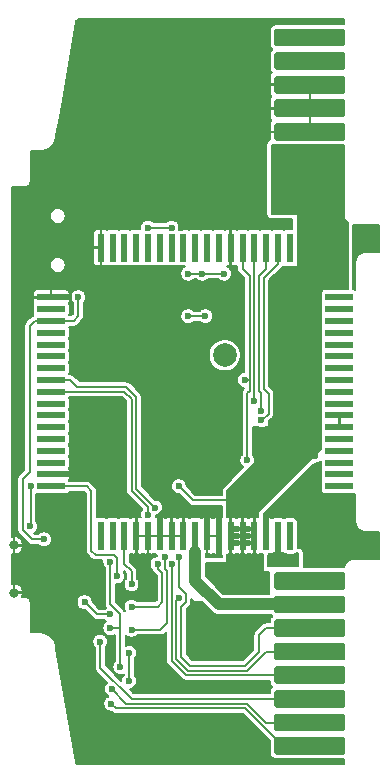
<source format=gbl>
G04 #@! TF.GenerationSoftware,KiCad,Pcbnew,(5.1.9)-1*
G04 #@! TF.CreationDate,2023-01-31T21:08:26+01:00*
G04 #@! TF.ProjectId,Side,53696465-2e6b-4696-9361-645f70636258,rev?*
G04 #@! TF.SameCoordinates,PXd59f80PYd59f80*
G04 #@! TF.FileFunction,Copper,L2,Bot*
G04 #@! TF.FilePolarity,Positive*
%FSLAX46Y46*%
G04 Gerber Fmt 4.6, Leading zero omitted, Abs format (unit mm)*
G04 Created by KiCad (PCBNEW (5.1.9)-1) date 2023-01-31 21:08:26*
%MOMM*%
%LPD*%
G01*
G04 APERTURE LIST*
G04 #@! TA.AperFunction,SMDPad,CuDef*
%ADD10C,2.000000*%
G04 #@! TD*
G04 #@! TA.AperFunction,SMDPad,CuDef*
%ADD11R,0.600000X2.400000*%
G04 #@! TD*
G04 #@! TA.AperFunction,SMDPad,CuDef*
%ADD12R,2.400000X0.600000*%
G04 #@! TD*
G04 #@! TA.AperFunction,ComponentPad*
%ADD13O,0.800000X0.800000*%
G04 #@! TD*
G04 #@! TA.AperFunction,ViaPad*
%ADD14C,0.600000*%
G04 #@! TD*
G04 #@! TA.AperFunction,Conductor*
%ADD15C,0.500000*%
G04 #@! TD*
G04 #@! TA.AperFunction,Conductor*
%ADD16C,1.000000*%
G04 #@! TD*
G04 #@! TA.AperFunction,Conductor*
%ADD17C,0.200000*%
G04 #@! TD*
G04 #@! TA.AperFunction,Conductor*
%ADD18C,0.150000*%
G04 #@! TD*
G04 #@! TA.AperFunction,Conductor*
%ADD19C,0.100000*%
G04 #@! TD*
G04 APERTURE END LIST*
D10*
X18500000Y-28900000D03*
D11*
X8000000Y-44200000D03*
X9000000Y-44200000D03*
X10000000Y-44200000D03*
X11000000Y-44200000D03*
X12000000Y-44200000D03*
X13000000Y-44200000D03*
X14000000Y-44200000D03*
X15000000Y-44200000D03*
X16000000Y-44200000D03*
X17000000Y-44200000D03*
X18000000Y-44200000D03*
X19000000Y-44200000D03*
X20000000Y-44200000D03*
X21000000Y-44200000D03*
X22000000Y-44200000D03*
X23000000Y-44200000D03*
X24000000Y-44200000D03*
D12*
X28200000Y-40000000D03*
X28200000Y-39000000D03*
X28200000Y-38000000D03*
X28200000Y-37000000D03*
X28200000Y-36000000D03*
X28200000Y-35000000D03*
X28200000Y-34000000D03*
X28200000Y-33000000D03*
X28200000Y-32000000D03*
X28200000Y-31000000D03*
X28200000Y-30000000D03*
X28200000Y-29000000D03*
X28200000Y-28000000D03*
X28200000Y-27000000D03*
X28200000Y-26000000D03*
X28200000Y-25000000D03*
X28200000Y-24000000D03*
D11*
X24000000Y-19800000D03*
X23000000Y-19800000D03*
X22000000Y-19800000D03*
X21000000Y-19800000D03*
X20000000Y-19800000D03*
X19000000Y-19800000D03*
X18000000Y-19800000D03*
X17000000Y-19800000D03*
X16000000Y-19800000D03*
X15000000Y-19800000D03*
X14000000Y-19800000D03*
X13000000Y-19800000D03*
X12000000Y-19800000D03*
X11000000Y-19800000D03*
X10000000Y-19800000D03*
X9000000Y-19800000D03*
X8000000Y-19800000D03*
D12*
X3800000Y-24000000D03*
X3800000Y-25000000D03*
X3800000Y-26000000D03*
X3800000Y-27000000D03*
X3800000Y-28000000D03*
X3800000Y-29000000D03*
X3800000Y-30000000D03*
X3800000Y-31000000D03*
X3800000Y-32000000D03*
X3800000Y-33000000D03*
X3800000Y-34000000D03*
X3800000Y-35000000D03*
X3800000Y-36000000D03*
X3800000Y-37000000D03*
X3800000Y-38000000D03*
X3800000Y-39000000D03*
X3800000Y-40000000D03*
D13*
X650000Y-49000000D03*
X650000Y-45000000D03*
G04 #@! TA.AperFunction,SMDPad,CuDef*
G36*
G01*
X22700000Y-16600000D02*
X22700000Y-15400000D01*
G75*
G02*
X22850000Y-15250000I150000J0D01*
G01*
X28550000Y-15250000D01*
G75*
G02*
X28700000Y-15400000I0J-150000D01*
G01*
X28700000Y-16600000D01*
G75*
G02*
X28550000Y-16750000I-150000J0D01*
G01*
X22850000Y-16750000D01*
G75*
G02*
X22700000Y-16600000I0J150000D01*
G01*
G37*
G04 #@! TD.AperFunction*
G04 #@! TA.AperFunction,SMDPad,CuDef*
G36*
G01*
X22700000Y-14600000D02*
X22700000Y-13400000D01*
G75*
G02*
X22850000Y-13250000I150000J0D01*
G01*
X28550000Y-13250000D01*
G75*
G02*
X28700000Y-13400000I0J-150000D01*
G01*
X28700000Y-14600000D01*
G75*
G02*
X28550000Y-14750000I-150000J0D01*
G01*
X22850000Y-14750000D01*
G75*
G02*
X22700000Y-14600000I0J150000D01*
G01*
G37*
G04 #@! TD.AperFunction*
G04 #@! TA.AperFunction,SMDPad,CuDef*
G36*
G01*
X22700000Y-12600000D02*
X22700000Y-11400000D01*
G75*
G02*
X22850000Y-11250000I150000J0D01*
G01*
X28550000Y-11250000D01*
G75*
G02*
X28700000Y-11400000I0J-150000D01*
G01*
X28700000Y-12600000D01*
G75*
G02*
X28550000Y-12750000I-150000J0D01*
G01*
X22850000Y-12750000D01*
G75*
G02*
X22700000Y-12600000I0J150000D01*
G01*
G37*
G04 #@! TD.AperFunction*
G04 #@! TA.AperFunction,SMDPad,CuDef*
G36*
G01*
X22700000Y-10600000D02*
X22700000Y-9400000D01*
G75*
G02*
X22850000Y-9250000I150000J0D01*
G01*
X28550000Y-9250000D01*
G75*
G02*
X28700000Y-9400000I0J-150000D01*
G01*
X28700000Y-10600000D01*
G75*
G02*
X28550000Y-10750000I-150000J0D01*
G01*
X22850000Y-10750000D01*
G75*
G02*
X22700000Y-10600000I0J150000D01*
G01*
G37*
G04 #@! TD.AperFunction*
G04 #@! TA.AperFunction,SMDPad,CuDef*
G36*
G01*
X22700000Y-8600000D02*
X22700000Y-7400000D01*
G75*
G02*
X22850000Y-7250000I150000J0D01*
G01*
X28550000Y-7250000D01*
G75*
G02*
X28700000Y-7400000I0J-150000D01*
G01*
X28700000Y-8600000D01*
G75*
G02*
X28550000Y-8750000I-150000J0D01*
G01*
X22850000Y-8750000D01*
G75*
G02*
X22700000Y-8600000I0J150000D01*
G01*
G37*
G04 #@! TD.AperFunction*
G04 #@! TA.AperFunction,SMDPad,CuDef*
G36*
G01*
X22700000Y-6600000D02*
X22700000Y-5400000D01*
G75*
G02*
X22850000Y-5250000I150000J0D01*
G01*
X28550000Y-5250000D01*
G75*
G02*
X28700000Y-5400000I0J-150000D01*
G01*
X28700000Y-6600000D01*
G75*
G02*
X28550000Y-6750000I-150000J0D01*
G01*
X22850000Y-6750000D01*
G75*
G02*
X22700000Y-6600000I0J150000D01*
G01*
G37*
G04 #@! TD.AperFunction*
G04 #@! TA.AperFunction,SMDPad,CuDef*
G36*
G01*
X22700000Y-4600000D02*
X22700000Y-3400000D01*
G75*
G02*
X22850000Y-3250000I150000J0D01*
G01*
X28550000Y-3250000D01*
G75*
G02*
X28700000Y-3400000I0J-150000D01*
G01*
X28700000Y-4600000D01*
G75*
G02*
X28550000Y-4750000I-150000J0D01*
G01*
X22850000Y-4750000D01*
G75*
G02*
X22700000Y-4600000I0J150000D01*
G01*
G37*
G04 #@! TD.AperFunction*
G04 #@! TA.AperFunction,SMDPad,CuDef*
G36*
G01*
X22700000Y-2600000D02*
X22700000Y-1400000D01*
G75*
G02*
X22850000Y-1250000I150000J0D01*
G01*
X28550000Y-1250000D01*
G75*
G02*
X28700000Y-1400000I0J-150000D01*
G01*
X28700000Y-2600000D01*
G75*
G02*
X28550000Y-2750000I-150000J0D01*
G01*
X22850000Y-2750000D01*
G75*
G02*
X22700000Y-2600000I0J150000D01*
G01*
G37*
G04 #@! TD.AperFunction*
G04 #@! TA.AperFunction,SMDPad,CuDef*
G36*
G01*
X22700000Y-62600000D02*
X22700000Y-61400000D01*
G75*
G02*
X22850000Y-61250000I150000J0D01*
G01*
X28550000Y-61250000D01*
G75*
G02*
X28700000Y-61400000I0J-150000D01*
G01*
X28700000Y-62600000D01*
G75*
G02*
X28550000Y-62750000I-150000J0D01*
G01*
X22850000Y-62750000D01*
G75*
G02*
X22700000Y-62600000I0J150000D01*
G01*
G37*
G04 #@! TD.AperFunction*
G04 #@! TA.AperFunction,SMDPad,CuDef*
G36*
G01*
X22700000Y-60600000D02*
X22700000Y-59400000D01*
G75*
G02*
X22850000Y-59250000I150000J0D01*
G01*
X28550000Y-59250000D01*
G75*
G02*
X28700000Y-59400000I0J-150000D01*
G01*
X28700000Y-60600000D01*
G75*
G02*
X28550000Y-60750000I-150000J0D01*
G01*
X22850000Y-60750000D01*
G75*
G02*
X22700000Y-60600000I0J150000D01*
G01*
G37*
G04 #@! TD.AperFunction*
G04 #@! TA.AperFunction,SMDPad,CuDef*
G36*
G01*
X22700000Y-58600000D02*
X22700000Y-57400000D01*
G75*
G02*
X22850000Y-57250000I150000J0D01*
G01*
X28550000Y-57250000D01*
G75*
G02*
X28700000Y-57400000I0J-150000D01*
G01*
X28700000Y-58600000D01*
G75*
G02*
X28550000Y-58750000I-150000J0D01*
G01*
X22850000Y-58750000D01*
G75*
G02*
X22700000Y-58600000I0J150000D01*
G01*
G37*
G04 #@! TD.AperFunction*
G04 #@! TA.AperFunction,SMDPad,CuDef*
G36*
G01*
X22700000Y-56600000D02*
X22700000Y-55400000D01*
G75*
G02*
X22850000Y-55250000I150000J0D01*
G01*
X28550000Y-55250000D01*
G75*
G02*
X28700000Y-55400000I0J-150000D01*
G01*
X28700000Y-56600000D01*
G75*
G02*
X28550000Y-56750000I-150000J0D01*
G01*
X22850000Y-56750000D01*
G75*
G02*
X22700000Y-56600000I0J150000D01*
G01*
G37*
G04 #@! TD.AperFunction*
G04 #@! TA.AperFunction,SMDPad,CuDef*
G36*
G01*
X22700000Y-54600000D02*
X22700000Y-53400000D01*
G75*
G02*
X22850000Y-53250000I150000J0D01*
G01*
X28550000Y-53250000D01*
G75*
G02*
X28700000Y-53400000I0J-150000D01*
G01*
X28700000Y-54600000D01*
G75*
G02*
X28550000Y-54750000I-150000J0D01*
G01*
X22850000Y-54750000D01*
G75*
G02*
X22700000Y-54600000I0J150000D01*
G01*
G37*
G04 #@! TD.AperFunction*
G04 #@! TA.AperFunction,SMDPad,CuDef*
G36*
G01*
X22700000Y-52600000D02*
X22700000Y-51400000D01*
G75*
G02*
X22850000Y-51250000I150000J0D01*
G01*
X28550000Y-51250000D01*
G75*
G02*
X28700000Y-51400000I0J-150000D01*
G01*
X28700000Y-52600000D01*
G75*
G02*
X28550000Y-52750000I-150000J0D01*
G01*
X22850000Y-52750000D01*
G75*
G02*
X22700000Y-52600000I0J150000D01*
G01*
G37*
G04 #@! TD.AperFunction*
G04 #@! TA.AperFunction,SMDPad,CuDef*
G36*
G01*
X22700000Y-50600000D02*
X22700000Y-49400000D01*
G75*
G02*
X22850000Y-49250000I150000J0D01*
G01*
X28550000Y-49250000D01*
G75*
G02*
X28700000Y-49400000I0J-150000D01*
G01*
X28700000Y-50600000D01*
G75*
G02*
X28550000Y-50750000I-150000J0D01*
G01*
X22850000Y-50750000D01*
G75*
G02*
X22700000Y-50600000I0J150000D01*
G01*
G37*
G04 #@! TD.AperFunction*
G04 #@! TA.AperFunction,SMDPad,CuDef*
G36*
G01*
X22700000Y-48600000D02*
X22700000Y-47400000D01*
G75*
G02*
X22850000Y-47250000I150000J0D01*
G01*
X28550000Y-47250000D01*
G75*
G02*
X28700000Y-47400000I0J-150000D01*
G01*
X28700000Y-48600000D01*
G75*
G02*
X28550000Y-48750000I-150000J0D01*
G01*
X22850000Y-48750000D01*
G75*
G02*
X22700000Y-48600000I0J150000D01*
G01*
G37*
G04 #@! TD.AperFunction*
D14*
X8800000Y-8400000D03*
X9000000Y-26400000D03*
X9000000Y-37600000D03*
X10900000Y-57300000D03*
X21900000Y-57200000D03*
X10600000Y-53100000D03*
X13400000Y-55800000D03*
X15800000Y-37800000D03*
X12500000Y-21500000D03*
X16200000Y-31000000D03*
X27300000Y-28000000D03*
X29100000Y-28000000D03*
X16700000Y-54500000D03*
X18500000Y-54500000D03*
X17900000Y-54500000D03*
X17300000Y-54500000D03*
X16700000Y-53900000D03*
X18500000Y-53900000D03*
X17900000Y-53900000D03*
X17300000Y-53900000D03*
X16700000Y-53300000D03*
X17300000Y-53300000D03*
X17900000Y-53300000D03*
X18500000Y-53300000D03*
X19000000Y-36200000D03*
X30400000Y-45000000D03*
X14300000Y-35900000D03*
X6200000Y-20500000D03*
X8000000Y-22050000D03*
X30400000Y-19000000D03*
X18000000Y-45700000D03*
X29100000Y-35000000D03*
X29100000Y-34000000D03*
X27300000Y-34000000D03*
X27300000Y-35000000D03*
X22000000Y-42700000D03*
X5300000Y-39000000D03*
X26300000Y-10300000D03*
X26900000Y-10300000D03*
X25700000Y-10300000D03*
X24500000Y-9700000D03*
X24500000Y-10300000D03*
X27500000Y-9700000D03*
X25100000Y-9700000D03*
X28100000Y-10300000D03*
X27500000Y-10300000D03*
X26900000Y-9700000D03*
X25100000Y-10300000D03*
X26300000Y-9700000D03*
X28100000Y-9700000D03*
X25700000Y-9700000D03*
X23300000Y-10300000D03*
X23900000Y-9700000D03*
X23300000Y-9700000D03*
X23900000Y-10300000D03*
X3400000Y-20500000D03*
X5300000Y-24000000D03*
X18000000Y-42700000D03*
X17000000Y-42700000D03*
X23300000Y-6300000D03*
X23900000Y-5700000D03*
X23300000Y-5700000D03*
X23900000Y-6300000D03*
X28100000Y-5700000D03*
X24500000Y-5700000D03*
X25100000Y-5700000D03*
X25700000Y-5700000D03*
X25700000Y-6300000D03*
X26900000Y-6300000D03*
X24500000Y-6300000D03*
X27500000Y-5700000D03*
X26300000Y-6300000D03*
X25100000Y-6300000D03*
X28100000Y-6300000D03*
X26900000Y-5700000D03*
X26300000Y-5700000D03*
X27500000Y-6300000D03*
X23300000Y-8300000D03*
X23900000Y-7700000D03*
X23300000Y-7700000D03*
X23900000Y-8300000D03*
X28100000Y-7700000D03*
X24500000Y-7700000D03*
X25100000Y-7700000D03*
X25700000Y-7700000D03*
X25700000Y-8300000D03*
X26900000Y-8300000D03*
X24500000Y-8300000D03*
X27500000Y-7700000D03*
X26300000Y-8300000D03*
X25100000Y-8300000D03*
X28100000Y-8300000D03*
X26900000Y-7700000D03*
X26300000Y-7700000D03*
X27500000Y-8300000D03*
X14800000Y-18099998D03*
X8806766Y-41593234D03*
X6600000Y-45400000D03*
X13400000Y-41200000D03*
X25700000Y-47700000D03*
X25700000Y-48300000D03*
X27500000Y-48300000D03*
X28100000Y-47700000D03*
X24500000Y-48300000D03*
X28100000Y-48300000D03*
X26900000Y-48300000D03*
X26900000Y-47700000D03*
X27500000Y-47700000D03*
X26300000Y-47700000D03*
X26300000Y-48300000D03*
X23900000Y-47700000D03*
X25100000Y-47700000D03*
X23900000Y-48300000D03*
X23300000Y-47700000D03*
X23300000Y-48300000D03*
X24500000Y-47700000D03*
X25100000Y-48300000D03*
X7950000Y-53150000D03*
X8800000Y-50850000D03*
X6624265Y-49824265D03*
X8933850Y-57182380D03*
X16600000Y-22000000D03*
X15400000Y-22000000D03*
X18450000Y-22000000D03*
X14600000Y-46000000D03*
X14600000Y-49450000D03*
X15400000Y-25600000D03*
X16850000Y-25600000D03*
X14000000Y-46565687D03*
X21600000Y-34400000D03*
X21600000Y-33600000D03*
X21000000Y-32800000D03*
X20200000Y-31000000D03*
X20400000Y-37800000D03*
X20500000Y-43600000D03*
X19500000Y-43600000D03*
X18700000Y-48700000D03*
X18100000Y-48100000D03*
X17500000Y-47500000D03*
X18700000Y-48100000D03*
X18700000Y-47500000D03*
X18100000Y-47500000D03*
X17500000Y-46900000D03*
X18100000Y-46900000D03*
X18700000Y-46900000D03*
X19500000Y-44800000D03*
X20500000Y-44800000D03*
X20500000Y-44200000D03*
X19500000Y-44200000D03*
X25700000Y-11700000D03*
X25700000Y-15700000D03*
X25700000Y-16300000D03*
X23300000Y-12300000D03*
X23900000Y-11700000D03*
X23300000Y-11700000D03*
X23900000Y-12300000D03*
X28100000Y-11700000D03*
X24500000Y-11700000D03*
X25100000Y-11700000D03*
X25700000Y-12300000D03*
X26900000Y-12300000D03*
X24500000Y-12300000D03*
X27500000Y-11700000D03*
X26300000Y-12300000D03*
X25100000Y-12300000D03*
X28100000Y-12300000D03*
X26900000Y-11700000D03*
X26300000Y-11700000D03*
X27500000Y-12300000D03*
X23300000Y-14300000D03*
X23900000Y-13700000D03*
X23300000Y-13700000D03*
X23900000Y-14300000D03*
X28100000Y-13700000D03*
X24500000Y-13700000D03*
X25100000Y-13700000D03*
X25700000Y-13700000D03*
X25700000Y-14300000D03*
X26900000Y-14300000D03*
X24500000Y-14300000D03*
X27500000Y-13700000D03*
X26300000Y-14300000D03*
X25100000Y-14300000D03*
X28100000Y-14300000D03*
X26900000Y-13700000D03*
X26300000Y-13700000D03*
X27500000Y-14300000D03*
X28100000Y-15700000D03*
X28100000Y-16300000D03*
X26900000Y-15700000D03*
X26900000Y-16300000D03*
X27500000Y-16300000D03*
X27500000Y-15700000D03*
X26300000Y-15700000D03*
X26300000Y-16300000D03*
X24500000Y-16300000D03*
X25100000Y-15700000D03*
X24500000Y-15700000D03*
X25100000Y-16300000D03*
X23900000Y-15700000D03*
X23900000Y-16300000D03*
X23300000Y-16300000D03*
X23300000Y-15700000D03*
X25500000Y-37400000D03*
X26100000Y-37400000D03*
X25500000Y-36800000D03*
X26100000Y-36800000D03*
X2000000Y-43400000D03*
X2050000Y-40000000D03*
X14600000Y-40000000D03*
X25700000Y-1700000D03*
X25700000Y-3700000D03*
X27500000Y-2300000D03*
X28100000Y-2300000D03*
X24500000Y-2300000D03*
X26900000Y-1700000D03*
X26300000Y-1700000D03*
X23300000Y-2300000D03*
X23900000Y-1700000D03*
X23900000Y-2300000D03*
X23300000Y-1700000D03*
X28100000Y-1700000D03*
X25100000Y-1700000D03*
X25700000Y-2300000D03*
X24500000Y-1700000D03*
X27500000Y-1700000D03*
X26900000Y-2300000D03*
X26300000Y-2300000D03*
X25100000Y-2300000D03*
X23300000Y-4300000D03*
X23900000Y-3700000D03*
X23300000Y-3700000D03*
X23900000Y-4300000D03*
X28100000Y-3700000D03*
X24500000Y-3700000D03*
X25100000Y-3700000D03*
X25700000Y-4300000D03*
X26900000Y-4300000D03*
X24500000Y-4300000D03*
X27500000Y-3700000D03*
X26300000Y-4300000D03*
X25100000Y-4300000D03*
X28100000Y-4300000D03*
X26900000Y-3700000D03*
X26300000Y-3700000D03*
X27500000Y-4300000D03*
X23000000Y-46500000D03*
X22400000Y-46500000D03*
X23600000Y-46500000D03*
X23000000Y-45900000D03*
X23600000Y-45900000D03*
X22400000Y-45900000D03*
X12000000Y-18099998D03*
X14000000Y-18099998D03*
X9650000Y-55300000D03*
X6100000Y-24000000D03*
X8800000Y-52000000D03*
X8800000Y-46400000D03*
X3200000Y-44500000D03*
X10400000Y-56500000D03*
X10400000Y-54100000D03*
X8900002Y-58400000D03*
X10600000Y-48300000D03*
X12600000Y-41800000D03*
X10600000Y-52150000D03*
X13400000Y-46000000D03*
X12000000Y-42400000D03*
X12800000Y-46600000D03*
X10600000Y-50200000D03*
X9400000Y-47624998D03*
D15*
X5300000Y-39000000D02*
X3800000Y-39000000D01*
X17000000Y-42700000D02*
X17000000Y-44200000D01*
X18000000Y-42700000D02*
X18000000Y-45700000D01*
X22000000Y-42700000D02*
X22000000Y-44200000D01*
X3800000Y-24000000D02*
X5300000Y-24000000D01*
X13000000Y-44200000D02*
X13000000Y-42510002D01*
X13400000Y-42110002D02*
X13400000Y-41200000D01*
X13000000Y-42510002D02*
X13400000Y-42110002D01*
D16*
X16000000Y-48000000D02*
X18000000Y-50000000D01*
X16000000Y-45600000D02*
X16000000Y-48000000D01*
D15*
X16000000Y-45600000D02*
X16000000Y-44200000D01*
D16*
X18000000Y-50000000D02*
X25700000Y-50000000D01*
D17*
X7950000Y-53150000D02*
X7950000Y-55350000D01*
X10600000Y-58000000D02*
X25700000Y-58000000D01*
X7950000Y-55350000D02*
X10600000Y-58000000D01*
X7650000Y-50850000D02*
X6624265Y-49824265D01*
X8800000Y-50850000D02*
X7650000Y-50850000D01*
X25700000Y-60000000D02*
X22000000Y-60000000D01*
X22000000Y-60000000D02*
X20400010Y-58400010D01*
X10151480Y-58400010D02*
X8933850Y-57182380D01*
X20400010Y-58400010D02*
X10151480Y-58400010D01*
X16600000Y-22000000D02*
X15400000Y-22000000D01*
X18450000Y-22000000D02*
X16600000Y-22000000D01*
X25700000Y-52000000D02*
X22200000Y-52000000D01*
X14600000Y-48561998D02*
X14600000Y-46000000D01*
X15200001Y-49161999D02*
X14600000Y-48561998D01*
X15200001Y-49800018D02*
X15200001Y-49161999D01*
X14800019Y-54434321D02*
X14800019Y-50200000D01*
X14800019Y-50200000D02*
X15200001Y-49800018D01*
X15565698Y-55200000D02*
X14800019Y-54434321D01*
X21400000Y-54034302D02*
X20234302Y-55200000D01*
X20234302Y-55200000D02*
X15565698Y-55200000D01*
X21400000Y-52600000D02*
X21400000Y-54034302D01*
X22000000Y-52000000D02*
X21400000Y-52600000D01*
X25700000Y-52000000D02*
X22000000Y-52000000D01*
X25700000Y-54000000D02*
X22000000Y-54000000D01*
X22000000Y-54000000D02*
X20400000Y-55600000D01*
X20400000Y-55600000D02*
X15400000Y-55600000D01*
X15400000Y-55600000D02*
X14400009Y-54600008D01*
X14400009Y-49649991D02*
X14600000Y-49450000D01*
X14400009Y-54600008D02*
X14400009Y-49649991D01*
X25700000Y-56000000D02*
X22400000Y-56000000D01*
X15400000Y-25600000D02*
X16850000Y-25600000D01*
X14000000Y-54765698D02*
X14000000Y-46565687D01*
X15234302Y-56000000D02*
X14000000Y-54765698D01*
X25700000Y-56000000D02*
X15234302Y-56000000D01*
X21688002Y-34400000D02*
X21600000Y-34400000D01*
X21800010Y-31746310D02*
X22200001Y-32146301D01*
X22200001Y-33888001D02*
X21688002Y-34400000D01*
X22200001Y-32146301D02*
X22200001Y-33888001D01*
X21800010Y-22365688D02*
X21800000Y-31700000D01*
X23000000Y-19800000D02*
X23000000Y-21165698D01*
X21800010Y-22365688D02*
X23000000Y-21165698D01*
X21800010Y-31746310D02*
X21800010Y-22365688D01*
X21600000Y-33600000D02*
X21600001Y-32111999D01*
X21600001Y-32111999D02*
X21400000Y-31911998D01*
X22000000Y-21600000D02*
X22000000Y-19800000D01*
X21400000Y-22199999D02*
X22000000Y-21600000D01*
X21400000Y-30200000D02*
X21400000Y-22199999D01*
X21400000Y-31911998D02*
X21400000Y-22199999D01*
X21000000Y-32800000D02*
X21000000Y-19800000D01*
X20399999Y-32111999D02*
X20399999Y-32688001D01*
X20599990Y-31912008D02*
X20399999Y-32111999D01*
X20000000Y-21600020D02*
X20599990Y-22200010D01*
X20000000Y-19800000D02*
X20000000Y-21600020D01*
X20200010Y-30999990D02*
X20200000Y-31000000D01*
X20599990Y-30999990D02*
X20200010Y-30999990D01*
X20599990Y-22200010D02*
X20599990Y-30999990D01*
X20599990Y-30999990D02*
X20599990Y-31900000D01*
X20399999Y-37399999D02*
X20399999Y-32111999D01*
X20400000Y-37800000D02*
X20399999Y-37399999D01*
X2050000Y-43350000D02*
X2000000Y-43400000D01*
X2050000Y-40000000D02*
X2050000Y-43350000D01*
X14600000Y-40000000D02*
X15800000Y-41200000D01*
X15800000Y-41200000D02*
X18800000Y-41200000D01*
D15*
X22400000Y-45900000D02*
X23600000Y-45900000D01*
X23600000Y-46500000D02*
X22400000Y-46500000D01*
X23000000Y-46500000D02*
X22400000Y-45900000D01*
X23000000Y-46500000D02*
X23600000Y-45900000D01*
X23600000Y-45900000D02*
X23600000Y-46500000D01*
X22400000Y-46500000D02*
X22400000Y-45900000D01*
X23000000Y-44100000D02*
X23000000Y-45800000D01*
D17*
X12000000Y-18099998D02*
X14000000Y-18099998D01*
X5700000Y-26000000D02*
X6100000Y-25600000D01*
X3800000Y-26000000D02*
X5700000Y-26000000D01*
X6100000Y-25600000D02*
X6100000Y-24000000D01*
X2000000Y-26400000D02*
X2000000Y-38800000D01*
X2400000Y-26000000D02*
X2000000Y-26400000D01*
X1400000Y-39400000D02*
X1400000Y-43688002D01*
X2000000Y-38800000D02*
X1400000Y-39400000D01*
X3800000Y-26000000D02*
X2400000Y-26000000D01*
X8800000Y-50000000D02*
X9650000Y-50850000D01*
X8800000Y-46400000D02*
X8800000Y-50000000D01*
X8800000Y-52000000D02*
X9650000Y-52000000D01*
X9650000Y-52000000D02*
X9650000Y-55300000D01*
X9650000Y-50850000D02*
X9650000Y-52000000D01*
X2211998Y-44500000D02*
X1400000Y-43688002D01*
X3200000Y-44500000D02*
X2211998Y-44500000D01*
X10400000Y-54100000D02*
X10400000Y-56500000D01*
X9300022Y-58800020D02*
X8900002Y-58400000D01*
X20234321Y-58800020D02*
X9300022Y-58800020D01*
X23434301Y-62000000D02*
X20234321Y-58800020D01*
X25700000Y-62000000D02*
X23434301Y-62000000D01*
X10000000Y-44200000D02*
X10000000Y-46600000D01*
X10600000Y-47200000D02*
X10600000Y-48300000D01*
X10000000Y-46600000D02*
X10600000Y-47200000D01*
X5999990Y-31599990D02*
X5400000Y-31000000D01*
X10165689Y-31599990D02*
X11000010Y-32434311D01*
X9800010Y-31599990D02*
X5999990Y-31599990D01*
X11000000Y-40200000D02*
X11000000Y-32434302D01*
X11000000Y-32434302D02*
X10165688Y-31599990D01*
X12600000Y-41800000D02*
X11000000Y-40200000D01*
X10165688Y-31599990D02*
X9800010Y-31599990D01*
X3800000Y-31000000D02*
X5400000Y-31000000D01*
X13400000Y-46000000D02*
X13400000Y-47000010D01*
X13400000Y-47000010D02*
X13600000Y-47200010D01*
X13600000Y-47200010D02*
X13600000Y-51600000D01*
X13050000Y-52150000D02*
X10600000Y-52150000D01*
X13600000Y-51600000D02*
X13050000Y-52150000D01*
X12000000Y-42400000D02*
X12000000Y-41765698D01*
X12000000Y-41765698D02*
X10600000Y-40365698D01*
X10600000Y-32600000D02*
X10000000Y-32000000D01*
X10600000Y-40365698D02*
X10600000Y-32600000D01*
X3800000Y-32000000D02*
X10000000Y-32000000D01*
X12800000Y-46600000D02*
X12800000Y-46965709D01*
X12800000Y-46965709D02*
X13199990Y-47365699D01*
X13199990Y-47365699D02*
X13199990Y-49800010D01*
X12800000Y-50200000D02*
X10600000Y-50200000D01*
X13199990Y-49800010D02*
X12800000Y-50200000D01*
X9400001Y-46111999D02*
X9088002Y-45800000D01*
X9400000Y-47624998D02*
X9400001Y-46111999D01*
X7559998Y-45800000D02*
X7200000Y-45440002D01*
X9088002Y-45800000D02*
X7559998Y-45800000D01*
X7200000Y-45440002D02*
X7200000Y-40400000D01*
X6800000Y-40000000D02*
X7200000Y-40400000D01*
X3800000Y-40000000D02*
X6800000Y-40000000D01*
D18*
X25818750Y-17125000D02*
X28560557Y-17126726D01*
X28560635Y-17127469D01*
X28568846Y-17167472D01*
X28576479Y-17207486D01*
X28578295Y-17213501D01*
X28601380Y-17288075D01*
X28617198Y-17325706D01*
X28632463Y-17363488D01*
X28635412Y-17369036D01*
X28672542Y-17437706D01*
X28695344Y-17471511D01*
X28717682Y-17505648D01*
X28721653Y-17510517D01*
X28771414Y-17570668D01*
X28800378Y-17599430D01*
X28828892Y-17628548D01*
X28833733Y-17632553D01*
X28894230Y-17681893D01*
X28925000Y-17702336D01*
X28925000Y-23323186D01*
X27000000Y-23323186D01*
X26981581Y-23325000D01*
X26800000Y-23325000D01*
X26785368Y-23326441D01*
X26771299Y-23330709D01*
X26758332Y-23337640D01*
X26746967Y-23346967D01*
X26737640Y-23358332D01*
X26730709Y-23371299D01*
X26726441Y-23385368D01*
X26725000Y-23400000D01*
X26725000Y-23443973D01*
X26686691Y-23490653D01*
X26651869Y-23555800D01*
X26630426Y-23626487D01*
X26623186Y-23700000D01*
X26623186Y-24300000D01*
X26630426Y-24373513D01*
X26651869Y-24444200D01*
X26681695Y-24500000D01*
X26651869Y-24555800D01*
X26630426Y-24626487D01*
X26623186Y-24700000D01*
X26623186Y-25300000D01*
X26630426Y-25373513D01*
X26651869Y-25444200D01*
X26681695Y-25500000D01*
X26651869Y-25555800D01*
X26630426Y-25626487D01*
X26623186Y-25700000D01*
X26623186Y-26300000D01*
X26630426Y-26373513D01*
X26651869Y-26444200D01*
X26681695Y-26500000D01*
X26651869Y-26555800D01*
X26630426Y-26626487D01*
X26623186Y-26700000D01*
X26623186Y-27300000D01*
X26630426Y-27373513D01*
X26651869Y-27444200D01*
X26681695Y-27500000D01*
X26651869Y-27555800D01*
X26630426Y-27626487D01*
X26623186Y-27700000D01*
X26623186Y-28300000D01*
X26630426Y-28373513D01*
X26651869Y-28444200D01*
X26681695Y-28500000D01*
X26651869Y-28555800D01*
X26630426Y-28626487D01*
X26623186Y-28700000D01*
X26623186Y-29300000D01*
X26630426Y-29373513D01*
X26651869Y-29444200D01*
X26681695Y-29500000D01*
X26651869Y-29555800D01*
X26630426Y-29626487D01*
X26623186Y-29700000D01*
X26623186Y-30300000D01*
X26630426Y-30373513D01*
X26651869Y-30444200D01*
X26681695Y-30500000D01*
X26651869Y-30555800D01*
X26630426Y-30626487D01*
X26623186Y-30700000D01*
X26623186Y-31300000D01*
X26630426Y-31373513D01*
X26651869Y-31444200D01*
X26681695Y-31500000D01*
X26651869Y-31555800D01*
X26630426Y-31626487D01*
X26623186Y-31700000D01*
X26623186Y-32300000D01*
X26630426Y-32373513D01*
X26651869Y-32444200D01*
X26681695Y-32500000D01*
X26651869Y-32555800D01*
X26630426Y-32626487D01*
X26623186Y-32700000D01*
X26623186Y-33300000D01*
X26630426Y-33373513D01*
X26651869Y-33444200D01*
X26681695Y-33500000D01*
X26651869Y-33555800D01*
X26630426Y-33626487D01*
X26623186Y-33700000D01*
X26623186Y-34300000D01*
X26630426Y-34373513D01*
X26651869Y-34444200D01*
X26681695Y-34500000D01*
X26651869Y-34555800D01*
X26630426Y-34626487D01*
X26623186Y-34700000D01*
X26623186Y-35300000D01*
X26630426Y-35373513D01*
X26651869Y-35444200D01*
X26681695Y-35500000D01*
X26651869Y-35555800D01*
X26630426Y-35626487D01*
X26623186Y-35700000D01*
X26623186Y-36300000D01*
X26630426Y-36373513D01*
X26651869Y-36444200D01*
X26681695Y-36500000D01*
X26651869Y-36555800D01*
X26630426Y-36626487D01*
X26623186Y-36700000D01*
X26623186Y-36870748D01*
X21346967Y-42146967D01*
X21337640Y-42158332D01*
X21330709Y-42171299D01*
X21326441Y-42185368D01*
X21325000Y-42200000D01*
X21325000Y-42625648D01*
X21300000Y-42623186D01*
X21118750Y-42625000D01*
X21025000Y-42718750D01*
X21025000Y-44175000D01*
X21045000Y-44175000D01*
X21045000Y-44225000D01*
X21025000Y-44225000D01*
X21025000Y-45681250D01*
X21118750Y-45775000D01*
X21300000Y-45776814D01*
X21373513Y-45769574D01*
X21444200Y-45748131D01*
X21500000Y-45718305D01*
X21555800Y-45748131D01*
X21626487Y-45769574D01*
X21700000Y-45776814D01*
X21725000Y-45776814D01*
X21725000Y-47200000D01*
X21726441Y-47214632D01*
X21730709Y-47228701D01*
X21737640Y-47241668D01*
X21746967Y-47253033D01*
X21758332Y-47262360D01*
X21771299Y-47269291D01*
X21785368Y-47273559D01*
X21799886Y-47275000D01*
X22225000Y-47275644D01*
X22225000Y-49125000D01*
X18362437Y-49125000D01*
X16875000Y-47637564D01*
X16875000Y-46475000D01*
X18600000Y-46475000D01*
X18614632Y-46473559D01*
X18628701Y-46469291D01*
X18641668Y-46462360D01*
X18653033Y-46453033D01*
X18662360Y-46441668D01*
X18669291Y-46428701D01*
X18673559Y-46414632D01*
X18675000Y-46400000D01*
X18675000Y-45774352D01*
X18700000Y-45776814D01*
X18881250Y-45775000D01*
X18975000Y-45681250D01*
X18975000Y-44225000D01*
X19025000Y-44225000D01*
X19025000Y-45681250D01*
X19118750Y-45775000D01*
X19300000Y-45776814D01*
X19373513Y-45769574D01*
X19444200Y-45748131D01*
X19500000Y-45718305D01*
X19555800Y-45748131D01*
X19626487Y-45769574D01*
X19700000Y-45776814D01*
X19881250Y-45775000D01*
X19975000Y-45681250D01*
X19975000Y-44225000D01*
X20025000Y-44225000D01*
X20025000Y-45681250D01*
X20118750Y-45775000D01*
X20300000Y-45776814D01*
X20373513Y-45769574D01*
X20444200Y-45748131D01*
X20500000Y-45718305D01*
X20555800Y-45748131D01*
X20626487Y-45769574D01*
X20700000Y-45776814D01*
X20881250Y-45775000D01*
X20975000Y-45681250D01*
X20975000Y-44225000D01*
X20025000Y-44225000D01*
X19975000Y-44225000D01*
X19025000Y-44225000D01*
X18975000Y-44225000D01*
X18955000Y-44225000D01*
X18955000Y-44175000D01*
X18975000Y-44175000D01*
X18975000Y-42718750D01*
X19025000Y-42718750D01*
X19025000Y-44175000D01*
X19975000Y-44175000D01*
X19975000Y-42718750D01*
X20025000Y-42718750D01*
X20025000Y-44175000D01*
X20975000Y-44175000D01*
X20975000Y-42718750D01*
X20881250Y-42625000D01*
X20700000Y-42623186D01*
X20626487Y-42630426D01*
X20555800Y-42651869D01*
X20500000Y-42681695D01*
X20444200Y-42651869D01*
X20373513Y-42630426D01*
X20300000Y-42623186D01*
X20118750Y-42625000D01*
X20025000Y-42718750D01*
X19975000Y-42718750D01*
X19881250Y-42625000D01*
X19700000Y-42623186D01*
X19626487Y-42630426D01*
X19555800Y-42651869D01*
X19500000Y-42681695D01*
X19444200Y-42651869D01*
X19373513Y-42630426D01*
X19300000Y-42623186D01*
X19118750Y-42625000D01*
X19025000Y-42718750D01*
X18975000Y-42718750D01*
X18881250Y-42625000D01*
X18700000Y-42623186D01*
X18675000Y-42625648D01*
X18675000Y-40431066D01*
X20699515Y-38406551D01*
X20719732Y-38398177D01*
X20830287Y-38324307D01*
X20924307Y-38230287D01*
X20998177Y-38119732D01*
X21049060Y-37996890D01*
X21075000Y-37866482D01*
X21075000Y-37733518D01*
X21049060Y-37603110D01*
X20998177Y-37480268D01*
X20924307Y-37369713D01*
X20875000Y-37320406D01*
X20875000Y-34975000D01*
X21245581Y-34975000D01*
X21280268Y-34998177D01*
X21403110Y-35049060D01*
X21533518Y-35075000D01*
X21666482Y-35075000D01*
X21796890Y-35049060D01*
X21919732Y-34998177D01*
X21954419Y-34975000D01*
X22200000Y-34975000D01*
X22214632Y-34973559D01*
X22228701Y-34969291D01*
X22241668Y-34962360D01*
X22253033Y-34953033D01*
X22262360Y-34941668D01*
X22269291Y-34928701D01*
X22273559Y-34914632D01*
X22275000Y-34900000D01*
X22275000Y-34484752D01*
X22519372Y-34240381D01*
X22537502Y-34225502D01*
X22596860Y-34153174D01*
X22640967Y-34070655D01*
X22668128Y-33981117D01*
X22675001Y-33911333D01*
X22677299Y-33888001D01*
X22675001Y-33864669D01*
X22675001Y-32169633D01*
X22677299Y-32146301D01*
X22668128Y-32053185D01*
X22640967Y-31963647D01*
X22625831Y-31935330D01*
X22596860Y-31881128D01*
X22537502Y-31808800D01*
X22519377Y-31793925D01*
X22275010Y-31549559D01*
X22275010Y-22562438D01*
X23319371Y-21518078D01*
X23337501Y-21503199D01*
X23360643Y-21475000D01*
X24600000Y-21475000D01*
X24614632Y-21473559D01*
X24628701Y-21469291D01*
X24641668Y-21462360D01*
X24653033Y-21453033D01*
X24662360Y-21441668D01*
X24669291Y-21428701D01*
X24673559Y-21414632D01*
X24675000Y-21400000D01*
X24675000Y-21018419D01*
X24676814Y-21000000D01*
X24676814Y-18600000D01*
X24675000Y-18581581D01*
X24675000Y-17125571D01*
X25581250Y-17125000D01*
X25631250Y-17075000D01*
X25768750Y-17075000D01*
X25818750Y-17125000D01*
G04 #@! TA.AperFunction,Conductor*
D19*
G36*
X25818750Y-17125000D02*
G01*
X28560557Y-17126726D01*
X28560635Y-17127469D01*
X28568846Y-17167472D01*
X28576479Y-17207486D01*
X28578295Y-17213501D01*
X28601380Y-17288075D01*
X28617198Y-17325706D01*
X28632463Y-17363488D01*
X28635412Y-17369036D01*
X28672542Y-17437706D01*
X28695344Y-17471511D01*
X28717682Y-17505648D01*
X28721653Y-17510517D01*
X28771414Y-17570668D01*
X28800378Y-17599430D01*
X28828892Y-17628548D01*
X28833733Y-17632553D01*
X28894230Y-17681893D01*
X28925000Y-17702336D01*
X28925000Y-23323186D01*
X27000000Y-23323186D01*
X26981581Y-23325000D01*
X26800000Y-23325000D01*
X26785368Y-23326441D01*
X26771299Y-23330709D01*
X26758332Y-23337640D01*
X26746967Y-23346967D01*
X26737640Y-23358332D01*
X26730709Y-23371299D01*
X26726441Y-23385368D01*
X26725000Y-23400000D01*
X26725000Y-23443973D01*
X26686691Y-23490653D01*
X26651869Y-23555800D01*
X26630426Y-23626487D01*
X26623186Y-23700000D01*
X26623186Y-24300000D01*
X26630426Y-24373513D01*
X26651869Y-24444200D01*
X26681695Y-24500000D01*
X26651869Y-24555800D01*
X26630426Y-24626487D01*
X26623186Y-24700000D01*
X26623186Y-25300000D01*
X26630426Y-25373513D01*
X26651869Y-25444200D01*
X26681695Y-25500000D01*
X26651869Y-25555800D01*
X26630426Y-25626487D01*
X26623186Y-25700000D01*
X26623186Y-26300000D01*
X26630426Y-26373513D01*
X26651869Y-26444200D01*
X26681695Y-26500000D01*
X26651869Y-26555800D01*
X26630426Y-26626487D01*
X26623186Y-26700000D01*
X26623186Y-27300000D01*
X26630426Y-27373513D01*
X26651869Y-27444200D01*
X26681695Y-27500000D01*
X26651869Y-27555800D01*
X26630426Y-27626487D01*
X26623186Y-27700000D01*
X26623186Y-28300000D01*
X26630426Y-28373513D01*
X26651869Y-28444200D01*
X26681695Y-28500000D01*
X26651869Y-28555800D01*
X26630426Y-28626487D01*
X26623186Y-28700000D01*
X26623186Y-29300000D01*
X26630426Y-29373513D01*
X26651869Y-29444200D01*
X26681695Y-29500000D01*
X26651869Y-29555800D01*
X26630426Y-29626487D01*
X26623186Y-29700000D01*
X26623186Y-30300000D01*
X26630426Y-30373513D01*
X26651869Y-30444200D01*
X26681695Y-30500000D01*
X26651869Y-30555800D01*
X26630426Y-30626487D01*
X26623186Y-30700000D01*
X26623186Y-31300000D01*
X26630426Y-31373513D01*
X26651869Y-31444200D01*
X26681695Y-31500000D01*
X26651869Y-31555800D01*
X26630426Y-31626487D01*
X26623186Y-31700000D01*
X26623186Y-32300000D01*
X26630426Y-32373513D01*
X26651869Y-32444200D01*
X26681695Y-32500000D01*
X26651869Y-32555800D01*
X26630426Y-32626487D01*
X26623186Y-32700000D01*
X26623186Y-33300000D01*
X26630426Y-33373513D01*
X26651869Y-33444200D01*
X26681695Y-33500000D01*
X26651869Y-33555800D01*
X26630426Y-33626487D01*
X26623186Y-33700000D01*
X26623186Y-34300000D01*
X26630426Y-34373513D01*
X26651869Y-34444200D01*
X26681695Y-34500000D01*
X26651869Y-34555800D01*
X26630426Y-34626487D01*
X26623186Y-34700000D01*
X26623186Y-35300000D01*
X26630426Y-35373513D01*
X26651869Y-35444200D01*
X26681695Y-35500000D01*
X26651869Y-35555800D01*
X26630426Y-35626487D01*
X26623186Y-35700000D01*
X26623186Y-36300000D01*
X26630426Y-36373513D01*
X26651869Y-36444200D01*
X26681695Y-36500000D01*
X26651869Y-36555800D01*
X26630426Y-36626487D01*
X26623186Y-36700000D01*
X26623186Y-36870748D01*
X21346967Y-42146967D01*
X21337640Y-42158332D01*
X21330709Y-42171299D01*
X21326441Y-42185368D01*
X21325000Y-42200000D01*
X21325000Y-42625648D01*
X21300000Y-42623186D01*
X21118750Y-42625000D01*
X21025000Y-42718750D01*
X21025000Y-44175000D01*
X21045000Y-44175000D01*
X21045000Y-44225000D01*
X21025000Y-44225000D01*
X21025000Y-45681250D01*
X21118750Y-45775000D01*
X21300000Y-45776814D01*
X21373513Y-45769574D01*
X21444200Y-45748131D01*
X21500000Y-45718305D01*
X21555800Y-45748131D01*
X21626487Y-45769574D01*
X21700000Y-45776814D01*
X21725000Y-45776814D01*
X21725000Y-47200000D01*
X21726441Y-47214632D01*
X21730709Y-47228701D01*
X21737640Y-47241668D01*
X21746967Y-47253033D01*
X21758332Y-47262360D01*
X21771299Y-47269291D01*
X21785368Y-47273559D01*
X21799886Y-47275000D01*
X22225000Y-47275644D01*
X22225000Y-49125000D01*
X18362437Y-49125000D01*
X16875000Y-47637564D01*
X16875000Y-46475000D01*
X18600000Y-46475000D01*
X18614632Y-46473559D01*
X18628701Y-46469291D01*
X18641668Y-46462360D01*
X18653033Y-46453033D01*
X18662360Y-46441668D01*
X18669291Y-46428701D01*
X18673559Y-46414632D01*
X18675000Y-46400000D01*
X18675000Y-45774352D01*
X18700000Y-45776814D01*
X18881250Y-45775000D01*
X18975000Y-45681250D01*
X18975000Y-44225000D01*
X19025000Y-44225000D01*
X19025000Y-45681250D01*
X19118750Y-45775000D01*
X19300000Y-45776814D01*
X19373513Y-45769574D01*
X19444200Y-45748131D01*
X19500000Y-45718305D01*
X19555800Y-45748131D01*
X19626487Y-45769574D01*
X19700000Y-45776814D01*
X19881250Y-45775000D01*
X19975000Y-45681250D01*
X19975000Y-44225000D01*
X20025000Y-44225000D01*
X20025000Y-45681250D01*
X20118750Y-45775000D01*
X20300000Y-45776814D01*
X20373513Y-45769574D01*
X20444200Y-45748131D01*
X20500000Y-45718305D01*
X20555800Y-45748131D01*
X20626487Y-45769574D01*
X20700000Y-45776814D01*
X20881250Y-45775000D01*
X20975000Y-45681250D01*
X20975000Y-44225000D01*
X20025000Y-44225000D01*
X19975000Y-44225000D01*
X19025000Y-44225000D01*
X18975000Y-44225000D01*
X18955000Y-44225000D01*
X18955000Y-44175000D01*
X18975000Y-44175000D01*
X18975000Y-42718750D01*
X19025000Y-42718750D01*
X19025000Y-44175000D01*
X19975000Y-44175000D01*
X19975000Y-42718750D01*
X20025000Y-42718750D01*
X20025000Y-44175000D01*
X20975000Y-44175000D01*
X20975000Y-42718750D01*
X20881250Y-42625000D01*
X20700000Y-42623186D01*
X20626487Y-42630426D01*
X20555800Y-42651869D01*
X20500000Y-42681695D01*
X20444200Y-42651869D01*
X20373513Y-42630426D01*
X20300000Y-42623186D01*
X20118750Y-42625000D01*
X20025000Y-42718750D01*
X19975000Y-42718750D01*
X19881250Y-42625000D01*
X19700000Y-42623186D01*
X19626487Y-42630426D01*
X19555800Y-42651869D01*
X19500000Y-42681695D01*
X19444200Y-42651869D01*
X19373513Y-42630426D01*
X19300000Y-42623186D01*
X19118750Y-42625000D01*
X19025000Y-42718750D01*
X18975000Y-42718750D01*
X18881250Y-42625000D01*
X18700000Y-42623186D01*
X18675000Y-42625648D01*
X18675000Y-40431066D01*
X20699515Y-38406551D01*
X20719732Y-38398177D01*
X20830287Y-38324307D01*
X20924307Y-38230287D01*
X20998177Y-38119732D01*
X21049060Y-37996890D01*
X21075000Y-37866482D01*
X21075000Y-37733518D01*
X21049060Y-37603110D01*
X20998177Y-37480268D01*
X20924307Y-37369713D01*
X20875000Y-37320406D01*
X20875000Y-34975000D01*
X21245581Y-34975000D01*
X21280268Y-34998177D01*
X21403110Y-35049060D01*
X21533518Y-35075000D01*
X21666482Y-35075000D01*
X21796890Y-35049060D01*
X21919732Y-34998177D01*
X21954419Y-34975000D01*
X22200000Y-34975000D01*
X22214632Y-34973559D01*
X22228701Y-34969291D01*
X22241668Y-34962360D01*
X22253033Y-34953033D01*
X22262360Y-34941668D01*
X22269291Y-34928701D01*
X22273559Y-34914632D01*
X22275000Y-34900000D01*
X22275000Y-34484752D01*
X22519372Y-34240381D01*
X22537502Y-34225502D01*
X22596860Y-34153174D01*
X22640967Y-34070655D01*
X22668128Y-33981117D01*
X22675001Y-33911333D01*
X22677299Y-33888001D01*
X22675001Y-33864669D01*
X22675001Y-32169633D01*
X22677299Y-32146301D01*
X22668128Y-32053185D01*
X22640967Y-31963647D01*
X22625831Y-31935330D01*
X22596860Y-31881128D01*
X22537502Y-31808800D01*
X22519377Y-31793925D01*
X22275010Y-31549559D01*
X22275010Y-22562438D01*
X23319371Y-21518078D01*
X23337501Y-21503199D01*
X23360643Y-21475000D01*
X24600000Y-21475000D01*
X24614632Y-21473559D01*
X24628701Y-21469291D01*
X24641668Y-21462360D01*
X24653033Y-21453033D01*
X24662360Y-21441668D01*
X24669291Y-21428701D01*
X24673559Y-21414632D01*
X24675000Y-21400000D01*
X24675000Y-21018419D01*
X24676814Y-21000000D01*
X24676814Y-18600000D01*
X24675000Y-18581581D01*
X24675000Y-17125571D01*
X25581250Y-17125000D01*
X25631250Y-17075000D01*
X25768750Y-17075000D01*
X25818750Y-17125000D01*
G37*
G04 #@! TD.AperFunction*
D18*
X28550001Y-873186D02*
X22850000Y-873186D01*
X22747224Y-883309D01*
X22648397Y-913287D01*
X22557318Y-961970D01*
X22477486Y-1027486D01*
X22411970Y-1107318D01*
X22363287Y-1198397D01*
X22333309Y-1297224D01*
X22323186Y-1400000D01*
X22323186Y-2600000D01*
X22333309Y-2702776D01*
X22363287Y-2801603D01*
X22411970Y-2892682D01*
X22477486Y-2972514D01*
X22510978Y-3000000D01*
X22477486Y-3027486D01*
X22411970Y-3107318D01*
X22363287Y-3198397D01*
X22333309Y-3297224D01*
X22323186Y-3400000D01*
X22323186Y-4600000D01*
X22333309Y-4702776D01*
X22363287Y-4801603D01*
X22411970Y-4892682D01*
X22465218Y-4957565D01*
X22433552Y-4983552D01*
X22386691Y-5040653D01*
X22351869Y-5105800D01*
X22330426Y-5176487D01*
X22323186Y-5250000D01*
X22325000Y-5881250D01*
X22418750Y-5975000D01*
X25675000Y-5975000D01*
X25675000Y-5955000D01*
X25725000Y-5955000D01*
X25725000Y-5975000D01*
X25745000Y-5975000D01*
X25745000Y-6025000D01*
X25725000Y-6025000D01*
X25725000Y-7975000D01*
X25745000Y-7975000D01*
X25745000Y-8025000D01*
X25725000Y-8025000D01*
X25725000Y-9975000D01*
X25745000Y-9975000D01*
X25745000Y-10025000D01*
X25725000Y-10025000D01*
X25725000Y-10045000D01*
X25675000Y-10045000D01*
X25675000Y-10025000D01*
X22418750Y-10025000D01*
X22325000Y-10118750D01*
X22323522Y-10633213D01*
X22256494Y-10653545D01*
X22191661Y-10688199D01*
X22134835Y-10734835D01*
X22088199Y-10791661D01*
X22053545Y-10856494D01*
X22032206Y-10926841D01*
X22025000Y-11000000D01*
X22025000Y-17000000D01*
X22032206Y-17073159D01*
X22053545Y-17143506D01*
X22088199Y-17208339D01*
X22134835Y-17265165D01*
X22191661Y-17311801D01*
X22256494Y-17346455D01*
X22326841Y-17367794D01*
X22400000Y-17375000D01*
X24225000Y-17375000D01*
X24225000Y-18223186D01*
X23700000Y-18223186D01*
X23626487Y-18230426D01*
X23555800Y-18251869D01*
X23500000Y-18281695D01*
X23444200Y-18251869D01*
X23373513Y-18230426D01*
X23300000Y-18223186D01*
X22700000Y-18223186D01*
X22626487Y-18230426D01*
X22555800Y-18251869D01*
X22500000Y-18281695D01*
X22444200Y-18251869D01*
X22373513Y-18230426D01*
X22300000Y-18223186D01*
X21700000Y-18223186D01*
X21626487Y-18230426D01*
X21555800Y-18251869D01*
X21500000Y-18281695D01*
X21444200Y-18251869D01*
X21373513Y-18230426D01*
X21300000Y-18223186D01*
X20700000Y-18223186D01*
X20626487Y-18230426D01*
X20555800Y-18251869D01*
X20500000Y-18281695D01*
X20444200Y-18251869D01*
X20373513Y-18230426D01*
X20300000Y-18223186D01*
X19700000Y-18223186D01*
X19626487Y-18230426D01*
X19555800Y-18251869D01*
X19500000Y-18281695D01*
X19444200Y-18251869D01*
X19373513Y-18230426D01*
X19300000Y-18223186D01*
X19118750Y-18225000D01*
X19025000Y-18318750D01*
X19025000Y-19775000D01*
X19045000Y-19775000D01*
X19045000Y-19825000D01*
X19025000Y-19825000D01*
X19025000Y-21281250D01*
X19118750Y-21375000D01*
X19300000Y-21376814D01*
X19373513Y-21369574D01*
X19444200Y-21348131D01*
X19500000Y-21318305D01*
X19525001Y-21331668D01*
X19525001Y-21576678D01*
X19522702Y-21600020D01*
X19531873Y-21693136D01*
X19551867Y-21759044D01*
X19559035Y-21782674D01*
X19603142Y-21865193D01*
X19662500Y-21937521D01*
X19680629Y-21952399D01*
X20124990Y-22396761D01*
X20124991Y-30326696D01*
X20003110Y-30350940D01*
X19880268Y-30401823D01*
X19769713Y-30475693D01*
X19675693Y-30569713D01*
X19601823Y-30680268D01*
X19550940Y-30803110D01*
X19525000Y-30933518D01*
X19525000Y-31066482D01*
X19550940Y-31196890D01*
X19601823Y-31319732D01*
X19675693Y-31430287D01*
X19769713Y-31524307D01*
X19880268Y-31598177D01*
X20003110Y-31649060D01*
X20124991Y-31673304D01*
X20124991Y-31715257D01*
X20080633Y-31759615D01*
X20062498Y-31774498D01*
X20003140Y-31846826D01*
X19959033Y-31929346D01*
X19948165Y-31965173D01*
X19931872Y-32018883D01*
X19922701Y-32111999D01*
X19924999Y-32135332D01*
X19925000Y-32410970D01*
X19924999Y-37320407D01*
X19875693Y-37369713D01*
X19801823Y-37480268D01*
X19750940Y-37603110D01*
X19725000Y-37733518D01*
X19725000Y-37866482D01*
X19750940Y-37996890D01*
X19801823Y-38119732D01*
X19875693Y-38230287D01*
X19969713Y-38324307D01*
X20075008Y-38394662D01*
X18334835Y-40134835D01*
X18288199Y-40191661D01*
X18253545Y-40256494D01*
X18232206Y-40326841D01*
X18225000Y-40400000D01*
X18225000Y-40725000D01*
X15996751Y-40725000D01*
X15275000Y-40003250D01*
X15275000Y-39933518D01*
X15249060Y-39803110D01*
X15198177Y-39680268D01*
X15124307Y-39569713D01*
X15030287Y-39475693D01*
X14919732Y-39401823D01*
X14796890Y-39350940D01*
X14666482Y-39325000D01*
X14533518Y-39325000D01*
X14403110Y-39350940D01*
X14280268Y-39401823D01*
X14169713Y-39475693D01*
X14075693Y-39569713D01*
X14001823Y-39680268D01*
X13950940Y-39803110D01*
X13925000Y-39933518D01*
X13925000Y-40066482D01*
X13950940Y-40196890D01*
X14001823Y-40319732D01*
X14075693Y-40430287D01*
X14169713Y-40524307D01*
X14280268Y-40598177D01*
X14403110Y-40649060D01*
X14533518Y-40675000D01*
X14603250Y-40675000D01*
X15447620Y-41519371D01*
X15462499Y-41537501D01*
X15534827Y-41596859D01*
X15617346Y-41640966D01*
X15679722Y-41659888D01*
X15706883Y-41668127D01*
X15799999Y-41677298D01*
X15823331Y-41675000D01*
X18225000Y-41675000D01*
X18225000Y-42623937D01*
X18118750Y-42625000D01*
X18025000Y-42718750D01*
X18025000Y-44175000D01*
X18045000Y-44175000D01*
X18045000Y-44225000D01*
X18025000Y-44225000D01*
X18025000Y-45681250D01*
X18118750Y-45775000D01*
X18225000Y-45776063D01*
X18225000Y-46025000D01*
X16875000Y-46025000D01*
X16875000Y-45775063D01*
X16881250Y-45775000D01*
X16975000Y-45681250D01*
X16975000Y-44225000D01*
X17025000Y-44225000D01*
X17025000Y-45681250D01*
X17118750Y-45775000D01*
X17300000Y-45776814D01*
X17373513Y-45769574D01*
X17444200Y-45748131D01*
X17500000Y-45718305D01*
X17555800Y-45748131D01*
X17626487Y-45769574D01*
X17700000Y-45776814D01*
X17881250Y-45775000D01*
X17975000Y-45681250D01*
X17975000Y-44225000D01*
X17025000Y-44225000D01*
X16975000Y-44225000D01*
X16955000Y-44225000D01*
X16955000Y-44175000D01*
X16975000Y-44175000D01*
X16975000Y-42718750D01*
X17025000Y-42718750D01*
X17025000Y-44175000D01*
X17975000Y-44175000D01*
X17975000Y-42718750D01*
X17881250Y-42625000D01*
X17700000Y-42623186D01*
X17626487Y-42630426D01*
X17555800Y-42651869D01*
X17500000Y-42681695D01*
X17444200Y-42651869D01*
X17373513Y-42630426D01*
X17300000Y-42623186D01*
X17118750Y-42625000D01*
X17025000Y-42718750D01*
X16975000Y-42718750D01*
X16881250Y-42625000D01*
X16700000Y-42623186D01*
X16626487Y-42630426D01*
X16555800Y-42651869D01*
X16500000Y-42681695D01*
X16444200Y-42651869D01*
X16373513Y-42630426D01*
X16300000Y-42623186D01*
X15700000Y-42623186D01*
X15626487Y-42630426D01*
X15555800Y-42651869D01*
X15500000Y-42681695D01*
X15444200Y-42651869D01*
X15373513Y-42630426D01*
X15300000Y-42623186D01*
X15118750Y-42625000D01*
X15025000Y-42718750D01*
X15025000Y-44175000D01*
X15045000Y-44175000D01*
X15045000Y-44225000D01*
X15025000Y-44225000D01*
X15025000Y-44245000D01*
X14975000Y-44245000D01*
X14975000Y-44225000D01*
X14025000Y-44225000D01*
X14025000Y-44245000D01*
X13975000Y-44245000D01*
X13975000Y-44225000D01*
X13025000Y-44225000D01*
X13025000Y-44245000D01*
X12975000Y-44245000D01*
X12975000Y-44225000D01*
X12025000Y-44225000D01*
X12025000Y-45681250D01*
X12118750Y-45775000D01*
X12300000Y-45776814D01*
X12373513Y-45769574D01*
X12444200Y-45748131D01*
X12500000Y-45718305D01*
X12555800Y-45748131D01*
X12626487Y-45769574D01*
X12700000Y-45776814D01*
X12762090Y-45776193D01*
X12750940Y-45803110D01*
X12726413Y-45926413D01*
X12603110Y-45950940D01*
X12480268Y-46001823D01*
X12369713Y-46075693D01*
X12275693Y-46169713D01*
X12201823Y-46280268D01*
X12150940Y-46403110D01*
X12125000Y-46533518D01*
X12125000Y-46666482D01*
X12150940Y-46796890D01*
X12201823Y-46919732D01*
X12275693Y-47030287D01*
X12343910Y-47098504D01*
X12359035Y-47148363D01*
X12403142Y-47230882D01*
X12462500Y-47303210D01*
X12480629Y-47318088D01*
X12724990Y-47562450D01*
X12724991Y-49603258D01*
X12603250Y-49725000D01*
X11079594Y-49725000D01*
X11030287Y-49675693D01*
X10919732Y-49601823D01*
X10796890Y-49550940D01*
X10666482Y-49525000D01*
X10533518Y-49525000D01*
X10403110Y-49550940D01*
X10280268Y-49601823D01*
X10169713Y-49675693D01*
X10075693Y-49769713D01*
X10001823Y-49880268D01*
X9950940Y-50003110D01*
X9925000Y-50133518D01*
X9925000Y-50266482D01*
X9950940Y-50396890D01*
X10001823Y-50519732D01*
X10038565Y-50574721D01*
X10020225Y-50552373D01*
X9987501Y-50512499D01*
X9969377Y-50497625D01*
X9275000Y-49803250D01*
X9275000Y-48288358D01*
X9333518Y-48299998D01*
X9466482Y-48299998D01*
X9596890Y-48274058D01*
X9719732Y-48223175D01*
X9830287Y-48149305D01*
X9924307Y-48055285D01*
X9998177Y-47944730D01*
X10049060Y-47821888D01*
X10075000Y-47691480D01*
X10075000Y-47558516D01*
X10049060Y-47428108D01*
X9998177Y-47305266D01*
X9927018Y-47198769D01*
X10125000Y-47396751D01*
X10125001Y-47820405D01*
X10075693Y-47869713D01*
X10001823Y-47980268D01*
X9950940Y-48103110D01*
X9925000Y-48233518D01*
X9925000Y-48366482D01*
X9950940Y-48496890D01*
X10001823Y-48619732D01*
X10075693Y-48730287D01*
X10169713Y-48824307D01*
X10280268Y-48898177D01*
X10403110Y-48949060D01*
X10533518Y-48975000D01*
X10666482Y-48975000D01*
X10796890Y-48949060D01*
X10919732Y-48898177D01*
X11030287Y-48824307D01*
X11124307Y-48730287D01*
X11198177Y-48619732D01*
X11249060Y-48496890D01*
X11275000Y-48366482D01*
X11275000Y-48233518D01*
X11249060Y-48103110D01*
X11198177Y-47980268D01*
X11124307Y-47869713D01*
X11075000Y-47820406D01*
X11075000Y-47223331D01*
X11077298Y-47199999D01*
X11068127Y-47106883D01*
X11055472Y-47065165D01*
X11040966Y-47017346D01*
X10996859Y-46934827D01*
X10937501Y-46862499D01*
X10919371Y-46847620D01*
X10475000Y-46403250D01*
X10475000Y-45731668D01*
X10500000Y-45718305D01*
X10555800Y-45748131D01*
X10626487Y-45769574D01*
X10700000Y-45776814D01*
X10881250Y-45775000D01*
X10975000Y-45681250D01*
X10975000Y-44225000D01*
X11025000Y-44225000D01*
X11025000Y-45681250D01*
X11118750Y-45775000D01*
X11300000Y-45776814D01*
X11373513Y-45769574D01*
X11444200Y-45748131D01*
X11500000Y-45718305D01*
X11555800Y-45748131D01*
X11626487Y-45769574D01*
X11700000Y-45776814D01*
X11881250Y-45775000D01*
X11975000Y-45681250D01*
X11975000Y-44225000D01*
X11025000Y-44225000D01*
X10975000Y-44225000D01*
X10955000Y-44225000D01*
X10955000Y-44175000D01*
X10975000Y-44175000D01*
X10975000Y-42718750D01*
X10881250Y-42625000D01*
X10700000Y-42623186D01*
X10626487Y-42630426D01*
X10555800Y-42651869D01*
X10500000Y-42681695D01*
X10444200Y-42651869D01*
X10373513Y-42630426D01*
X10300000Y-42623186D01*
X9700000Y-42623186D01*
X9626487Y-42630426D01*
X9555800Y-42651869D01*
X9500000Y-42681695D01*
X9444200Y-42651869D01*
X9373513Y-42630426D01*
X9300000Y-42623186D01*
X8700000Y-42623186D01*
X8626487Y-42630426D01*
X8555800Y-42651869D01*
X8500000Y-42681695D01*
X8444200Y-42651869D01*
X8373513Y-42630426D01*
X8300000Y-42623186D01*
X7700000Y-42623186D01*
X7675000Y-42625648D01*
X7675000Y-40423331D01*
X7677298Y-40399999D01*
X7668127Y-40306883D01*
X7652841Y-40256494D01*
X7640966Y-40217346D01*
X7596859Y-40134827D01*
X7537501Y-40062499D01*
X7519371Y-40047620D01*
X7152384Y-39680634D01*
X7137501Y-39662499D01*
X7065173Y-39603141D01*
X6982654Y-39559034D01*
X6893116Y-39531873D01*
X6823332Y-39525000D01*
X6800000Y-39522702D01*
X6776668Y-39525000D01*
X5331668Y-39525000D01*
X5318305Y-39500000D01*
X5348131Y-39444200D01*
X5369574Y-39373513D01*
X5376814Y-39300000D01*
X5375000Y-39118750D01*
X5281250Y-39025000D01*
X3825000Y-39025000D01*
X3825000Y-39045000D01*
X3775000Y-39045000D01*
X3775000Y-39025000D01*
X3755000Y-39025000D01*
X3755000Y-38975000D01*
X3775000Y-38975000D01*
X3775000Y-38955000D01*
X3825000Y-38955000D01*
X3825000Y-38975000D01*
X5281250Y-38975000D01*
X5375000Y-38881250D01*
X5376814Y-38700000D01*
X5369574Y-38626487D01*
X5348131Y-38555800D01*
X5318305Y-38500000D01*
X5348131Y-38444200D01*
X5369574Y-38373513D01*
X5376814Y-38300000D01*
X5376814Y-37700000D01*
X5369574Y-37626487D01*
X5348131Y-37555800D01*
X5318305Y-37500000D01*
X5348131Y-37444200D01*
X5369574Y-37373513D01*
X5376814Y-37300000D01*
X5376814Y-36700000D01*
X5369574Y-36626487D01*
X5348131Y-36555800D01*
X5318305Y-36500000D01*
X5348131Y-36444200D01*
X5369574Y-36373513D01*
X5376814Y-36300000D01*
X5376814Y-35700000D01*
X5369574Y-35626487D01*
X5348131Y-35555800D01*
X5318305Y-35500000D01*
X5348131Y-35444200D01*
X5369574Y-35373513D01*
X5376814Y-35300000D01*
X5376814Y-34700000D01*
X5369574Y-34626487D01*
X5348131Y-34555800D01*
X5318305Y-34500000D01*
X5348131Y-34444200D01*
X5369574Y-34373513D01*
X5376814Y-34300000D01*
X5376814Y-33700000D01*
X5369574Y-33626487D01*
X5348131Y-33555800D01*
X5318305Y-33500000D01*
X5348131Y-33444200D01*
X5369574Y-33373513D01*
X5376814Y-33300000D01*
X5376814Y-32700000D01*
X5369574Y-32626487D01*
X5348131Y-32555800D01*
X5318305Y-32500000D01*
X5331668Y-32475000D01*
X9803250Y-32475000D01*
X10125001Y-32796752D01*
X10125000Y-40342366D01*
X10122702Y-40365698D01*
X10129063Y-40430287D01*
X10131873Y-40458813D01*
X10159034Y-40548351D01*
X10203141Y-40630871D01*
X10262499Y-40703199D01*
X10280634Y-40718082D01*
X11503979Y-41941427D01*
X11475693Y-41969713D01*
X11401823Y-42080268D01*
X11350940Y-42203110D01*
X11325000Y-42333518D01*
X11325000Y-42466482D01*
X11350940Y-42596890D01*
X11364462Y-42629535D01*
X11300000Y-42623186D01*
X11118750Y-42625000D01*
X11025000Y-42718750D01*
X11025000Y-44175000D01*
X11975000Y-44175000D01*
X11975000Y-44155000D01*
X12025000Y-44155000D01*
X12025000Y-44175000D01*
X12975000Y-44175000D01*
X12975000Y-42718750D01*
X13025000Y-42718750D01*
X13025000Y-44175000D01*
X13975000Y-44175000D01*
X13975000Y-42718750D01*
X14025000Y-42718750D01*
X14025000Y-44175000D01*
X14975000Y-44175000D01*
X14975000Y-42718750D01*
X14881250Y-42625000D01*
X14700000Y-42623186D01*
X14626487Y-42630426D01*
X14555800Y-42651869D01*
X14500000Y-42681695D01*
X14444200Y-42651869D01*
X14373513Y-42630426D01*
X14300000Y-42623186D01*
X14118750Y-42625000D01*
X14025000Y-42718750D01*
X13975000Y-42718750D01*
X13881250Y-42625000D01*
X13700000Y-42623186D01*
X13626487Y-42630426D01*
X13555800Y-42651869D01*
X13500000Y-42681695D01*
X13444200Y-42651869D01*
X13373513Y-42630426D01*
X13300000Y-42623186D01*
X13118750Y-42625000D01*
X13025000Y-42718750D01*
X12975000Y-42718750D01*
X12881250Y-42625000D01*
X12700000Y-42623186D01*
X12635538Y-42629535D01*
X12649060Y-42596890D01*
X12673587Y-42473587D01*
X12796890Y-42449060D01*
X12919732Y-42398177D01*
X13030287Y-42324307D01*
X13124307Y-42230287D01*
X13198177Y-42119732D01*
X13249060Y-41996890D01*
X13275000Y-41866482D01*
X13275000Y-41733518D01*
X13249060Y-41603110D01*
X13198177Y-41480268D01*
X13124307Y-41369713D01*
X13030287Y-41275693D01*
X12919732Y-41201823D01*
X12796890Y-41150940D01*
X12666482Y-41125000D01*
X12596752Y-41125000D01*
X11475000Y-40003250D01*
X11475000Y-32457744D01*
X11477308Y-32434310D01*
X11468137Y-32341194D01*
X11440975Y-32251656D01*
X11396868Y-32169138D01*
X11352383Y-32114933D01*
X11352374Y-32114924D01*
X11337501Y-32096801D01*
X11319377Y-32081927D01*
X10518067Y-31280618D01*
X10503189Y-31262489D01*
X10430861Y-31203131D01*
X10348342Y-31159024D01*
X10285966Y-31140102D01*
X10258805Y-31131863D01*
X10165689Y-31122692D01*
X10165688Y-31122692D01*
X10142356Y-31124990D01*
X6196741Y-31124990D01*
X5752384Y-30680634D01*
X5737501Y-30662499D01*
X5665173Y-30603141D01*
X5582654Y-30559034D01*
X5493116Y-30531873D01*
X5423332Y-30525000D01*
X5400000Y-30522702D01*
X5376668Y-30525000D01*
X5331668Y-30525000D01*
X5318305Y-30500000D01*
X5348131Y-30444200D01*
X5369574Y-30373513D01*
X5376814Y-30300000D01*
X5376814Y-29700000D01*
X5369574Y-29626487D01*
X5348131Y-29555800D01*
X5318305Y-29500000D01*
X5348131Y-29444200D01*
X5369574Y-29373513D01*
X5376814Y-29300000D01*
X5376814Y-28764574D01*
X17125000Y-28764574D01*
X17125000Y-29035426D01*
X17177841Y-29301073D01*
X17281491Y-29551307D01*
X17431968Y-29776511D01*
X17623489Y-29968032D01*
X17848693Y-30118509D01*
X18098927Y-30222159D01*
X18364574Y-30275000D01*
X18635426Y-30275000D01*
X18901073Y-30222159D01*
X19151307Y-30118509D01*
X19376511Y-29968032D01*
X19568032Y-29776511D01*
X19718509Y-29551307D01*
X19822159Y-29301073D01*
X19875000Y-29035426D01*
X19875000Y-28764574D01*
X19822159Y-28498927D01*
X19718509Y-28248693D01*
X19568032Y-28023489D01*
X19376511Y-27831968D01*
X19151307Y-27681491D01*
X18901073Y-27577841D01*
X18635426Y-27525000D01*
X18364574Y-27525000D01*
X18098927Y-27577841D01*
X17848693Y-27681491D01*
X17623489Y-27831968D01*
X17431968Y-28023489D01*
X17281491Y-28248693D01*
X17177841Y-28498927D01*
X17125000Y-28764574D01*
X5376814Y-28764574D01*
X5376814Y-28700000D01*
X5369574Y-28626487D01*
X5348131Y-28555800D01*
X5318305Y-28500000D01*
X5348131Y-28444200D01*
X5369574Y-28373513D01*
X5376814Y-28300000D01*
X5376814Y-27700000D01*
X5369574Y-27626487D01*
X5348131Y-27555800D01*
X5318305Y-27500000D01*
X5348131Y-27444200D01*
X5369574Y-27373513D01*
X5376814Y-27300000D01*
X5376814Y-26700000D01*
X5369574Y-26626487D01*
X5348131Y-26555800D01*
X5318305Y-26500000D01*
X5331668Y-26475000D01*
X5676668Y-26475000D01*
X5700000Y-26477298D01*
X5723332Y-26475000D01*
X5793116Y-26468127D01*
X5882654Y-26440966D01*
X5965173Y-26396859D01*
X6037501Y-26337501D01*
X6052384Y-26319366D01*
X6419371Y-25952380D01*
X6437501Y-25937501D01*
X6496859Y-25865173D01*
X6540966Y-25782654D01*
X6568127Y-25693116D01*
X6568127Y-25693115D01*
X6577298Y-25600001D01*
X6575000Y-25576669D01*
X6575000Y-25533518D01*
X14725000Y-25533518D01*
X14725000Y-25666482D01*
X14750940Y-25796890D01*
X14801823Y-25919732D01*
X14875693Y-26030287D01*
X14969713Y-26124307D01*
X15080268Y-26198177D01*
X15203110Y-26249060D01*
X15333518Y-26275000D01*
X15466482Y-26275000D01*
X15596890Y-26249060D01*
X15719732Y-26198177D01*
X15830287Y-26124307D01*
X15879594Y-26075000D01*
X16370406Y-26075000D01*
X16419713Y-26124307D01*
X16530268Y-26198177D01*
X16653110Y-26249060D01*
X16783518Y-26275000D01*
X16916482Y-26275000D01*
X17046890Y-26249060D01*
X17169732Y-26198177D01*
X17280287Y-26124307D01*
X17374307Y-26030287D01*
X17448177Y-25919732D01*
X17499060Y-25796890D01*
X17525000Y-25666482D01*
X17525000Y-25533518D01*
X17499060Y-25403110D01*
X17448177Y-25280268D01*
X17374307Y-25169713D01*
X17280287Y-25075693D01*
X17169732Y-25001823D01*
X17046890Y-24950940D01*
X16916482Y-24925000D01*
X16783518Y-24925000D01*
X16653110Y-24950940D01*
X16530268Y-25001823D01*
X16419713Y-25075693D01*
X16370406Y-25125000D01*
X15879594Y-25125000D01*
X15830287Y-25075693D01*
X15719732Y-25001823D01*
X15596890Y-24950940D01*
X15466482Y-24925000D01*
X15333518Y-24925000D01*
X15203110Y-24950940D01*
X15080268Y-25001823D01*
X14969713Y-25075693D01*
X14875693Y-25169713D01*
X14801823Y-25280268D01*
X14750940Y-25403110D01*
X14725000Y-25533518D01*
X6575000Y-25533518D01*
X6575000Y-24479594D01*
X6624307Y-24430287D01*
X6698177Y-24319732D01*
X6749060Y-24196890D01*
X6775000Y-24066482D01*
X6775000Y-23933518D01*
X6749060Y-23803110D01*
X6698177Y-23680268D01*
X6624307Y-23569713D01*
X6530287Y-23475693D01*
X6419732Y-23401823D01*
X6296890Y-23350940D01*
X6166482Y-23325000D01*
X6033518Y-23325000D01*
X5903110Y-23350940D01*
X5780268Y-23401823D01*
X5669713Y-23475693D01*
X5575693Y-23569713D01*
X5501823Y-23680268D01*
X5450940Y-23803110D01*
X5425000Y-23933518D01*
X5425000Y-24066482D01*
X5450940Y-24196890D01*
X5501823Y-24319732D01*
X5575693Y-24430287D01*
X5625001Y-24479595D01*
X5625000Y-25403249D01*
X5503250Y-25525000D01*
X5331668Y-25525000D01*
X5318305Y-25500000D01*
X5348131Y-25444200D01*
X5369574Y-25373513D01*
X5376814Y-25300000D01*
X5376814Y-24700000D01*
X5369574Y-24626487D01*
X5348131Y-24555800D01*
X5318305Y-24500000D01*
X5348131Y-24444200D01*
X5369574Y-24373513D01*
X5376814Y-24300000D01*
X5375000Y-24118750D01*
X5281250Y-24025000D01*
X3825000Y-24025000D01*
X3825000Y-24045000D01*
X3775000Y-24045000D01*
X3775000Y-24025000D01*
X2318750Y-24025000D01*
X2225000Y-24118750D01*
X2223186Y-24300000D01*
X2230426Y-24373513D01*
X2251869Y-24444200D01*
X2281695Y-24500000D01*
X2251869Y-24555800D01*
X2230426Y-24626487D01*
X2223186Y-24700000D01*
X2223186Y-25300000D01*
X2230426Y-25373513D01*
X2251869Y-25444200D01*
X2281695Y-25500000D01*
X2256487Y-25547161D01*
X2217346Y-25559034D01*
X2134827Y-25603141D01*
X2062499Y-25662499D01*
X2047620Y-25680629D01*
X1680634Y-26047616D01*
X1662499Y-26062499D01*
X1603141Y-26134827D01*
X1559034Y-26217347D01*
X1544526Y-26265173D01*
X1531873Y-26306884D01*
X1522702Y-26400000D01*
X1525000Y-26423332D01*
X1525001Y-38603248D01*
X1080634Y-39047616D01*
X1062499Y-39062499D01*
X1003141Y-39134827D01*
X959034Y-39217347D01*
X943630Y-39268127D01*
X931873Y-39306884D01*
X922702Y-39400000D01*
X925000Y-39423332D01*
X925001Y-43664660D01*
X922702Y-43688002D01*
X931873Y-43781118D01*
X956098Y-43860975D01*
X959035Y-43870656D01*
X1003142Y-43953175D01*
X1062500Y-44025503D01*
X1080629Y-44040381D01*
X1859623Y-44819377D01*
X1874497Y-44837501D01*
X1920190Y-44875000D01*
X1946825Y-44896859D01*
X2029344Y-44940966D01*
X2118882Y-44968127D01*
X2211998Y-44977298D01*
X2235330Y-44975000D01*
X2720406Y-44975000D01*
X2769713Y-45024307D01*
X2880268Y-45098177D01*
X3003110Y-45149060D01*
X3133518Y-45175000D01*
X3266482Y-45175000D01*
X3396890Y-45149060D01*
X3519732Y-45098177D01*
X3630287Y-45024307D01*
X3724307Y-44930287D01*
X3798177Y-44819732D01*
X3849060Y-44696890D01*
X3875000Y-44566482D01*
X3875000Y-44433518D01*
X3849060Y-44303110D01*
X3798177Y-44180268D01*
X3724307Y-44069713D01*
X3630287Y-43975693D01*
X3519732Y-43901823D01*
X3396890Y-43850940D01*
X3266482Y-43825000D01*
X3133518Y-43825000D01*
X3003110Y-43850940D01*
X2880268Y-43901823D01*
X2769713Y-43975693D01*
X2720406Y-44025000D01*
X2408750Y-44025000D01*
X2357015Y-43973265D01*
X2430287Y-43924307D01*
X2524307Y-43830287D01*
X2598177Y-43719732D01*
X2649060Y-43596890D01*
X2675000Y-43466482D01*
X2675000Y-43333518D01*
X2649060Y-43203110D01*
X2598177Y-43080268D01*
X2525000Y-42970750D01*
X2525000Y-40669123D01*
X2526487Y-40669574D01*
X2600000Y-40676814D01*
X5000000Y-40676814D01*
X5073513Y-40669574D01*
X5144200Y-40648131D01*
X5209347Y-40613309D01*
X5266448Y-40566448D01*
X5313309Y-40509347D01*
X5331668Y-40475000D01*
X6603250Y-40475000D01*
X6725001Y-40596752D01*
X6725000Y-45416670D01*
X6722702Y-45440002D01*
X6731873Y-45533118D01*
X6735235Y-45544200D01*
X6759034Y-45622655D01*
X6803141Y-45705175D01*
X6862499Y-45777503D01*
X6880634Y-45792386D01*
X7207618Y-46119371D01*
X7222497Y-46137501D01*
X7294825Y-46196859D01*
X7377344Y-46240966D01*
X7417935Y-46253279D01*
X7466881Y-46268127D01*
X7559997Y-46277298D01*
X7583330Y-46275000D01*
X8136640Y-46275000D01*
X8125000Y-46333518D01*
X8125000Y-46466482D01*
X8150940Y-46596890D01*
X8201823Y-46719732D01*
X8275693Y-46830287D01*
X8325000Y-46879594D01*
X8325001Y-49976658D01*
X8322702Y-50000000D01*
X8331873Y-50093116D01*
X8356713Y-50175000D01*
X8359035Y-50182654D01*
X8403142Y-50265173D01*
X8423381Y-50289834D01*
X8369713Y-50325693D01*
X8320406Y-50375000D01*
X7846751Y-50375000D01*
X7299265Y-49827515D01*
X7299265Y-49757783D01*
X7273325Y-49627375D01*
X7222442Y-49504533D01*
X7148572Y-49393978D01*
X7054552Y-49299958D01*
X6943997Y-49226088D01*
X6821155Y-49175205D01*
X6690747Y-49149265D01*
X6557783Y-49149265D01*
X6427375Y-49175205D01*
X6304533Y-49226088D01*
X6193978Y-49299958D01*
X6099958Y-49393978D01*
X6026088Y-49504533D01*
X5975205Y-49627375D01*
X5949265Y-49757783D01*
X5949265Y-49890747D01*
X5975205Y-50021155D01*
X6026088Y-50143997D01*
X6099958Y-50254552D01*
X6193978Y-50348572D01*
X6304533Y-50422442D01*
X6427375Y-50473325D01*
X6557783Y-50499265D01*
X6627515Y-50499265D01*
X7297620Y-51169371D01*
X7312499Y-51187501D01*
X7384827Y-51246859D01*
X7467346Y-51290966D01*
X7529722Y-51309888D01*
X7556883Y-51318127D01*
X7649999Y-51327298D01*
X7673331Y-51325000D01*
X8320406Y-51325000D01*
X8369713Y-51374307D01*
X8445581Y-51425000D01*
X8369713Y-51475693D01*
X8275693Y-51569713D01*
X8201823Y-51680268D01*
X8150940Y-51803110D01*
X8125000Y-51933518D01*
X8125000Y-52066482D01*
X8150940Y-52196890D01*
X8201823Y-52319732D01*
X8275693Y-52430287D01*
X8369713Y-52524307D01*
X8480268Y-52598177D01*
X8603110Y-52649060D01*
X8733518Y-52675000D01*
X8866482Y-52675000D01*
X8996890Y-52649060D01*
X9119732Y-52598177D01*
X9175000Y-52561248D01*
X9175001Y-54820405D01*
X9125693Y-54869713D01*
X9051823Y-54980268D01*
X9000940Y-55103110D01*
X8975000Y-55233518D01*
X8975000Y-55366482D01*
X9000940Y-55496890D01*
X9051823Y-55619732D01*
X9125693Y-55730287D01*
X9219713Y-55824307D01*
X9330268Y-55898177D01*
X9453110Y-55949060D01*
X9583518Y-55975000D01*
X9716482Y-55975000D01*
X9846890Y-55949060D01*
X9925001Y-55916705D01*
X9925001Y-56020405D01*
X9875693Y-56069713D01*
X9801823Y-56180268D01*
X9750940Y-56303110D01*
X9725000Y-56433518D01*
X9725000Y-56453249D01*
X8425000Y-55153250D01*
X8425000Y-53629594D01*
X8474307Y-53580287D01*
X8548177Y-53469732D01*
X8599060Y-53346890D01*
X8625000Y-53216482D01*
X8625000Y-53083518D01*
X8599060Y-52953110D01*
X8548177Y-52830268D01*
X8474307Y-52719713D01*
X8380287Y-52625693D01*
X8269732Y-52551823D01*
X8146890Y-52500940D01*
X8016482Y-52475000D01*
X7883518Y-52475000D01*
X7753110Y-52500940D01*
X7630268Y-52551823D01*
X7519713Y-52625693D01*
X7425693Y-52719713D01*
X7351823Y-52830268D01*
X7300940Y-52953110D01*
X7275000Y-53083518D01*
X7275000Y-53216482D01*
X7300940Y-53346890D01*
X7351823Y-53469732D01*
X7425693Y-53580287D01*
X7475000Y-53629594D01*
X7475001Y-55326658D01*
X7472702Y-55350000D01*
X7481873Y-55443116D01*
X7506713Y-55525000D01*
X7509035Y-55532654D01*
X7553142Y-55615173D01*
X7612500Y-55687501D01*
X7630629Y-55702379D01*
X8553174Y-56624924D01*
X8503563Y-56658073D01*
X8409543Y-56752093D01*
X8335673Y-56862648D01*
X8284790Y-56985490D01*
X8258850Y-57115898D01*
X8258850Y-57248862D01*
X8284790Y-57379270D01*
X8335673Y-57502112D01*
X8409543Y-57612667D01*
X8503563Y-57706687D01*
X8614118Y-57780557D01*
X8622864Y-57784180D01*
X8580270Y-57801823D01*
X8469715Y-57875693D01*
X8375695Y-57969713D01*
X8301825Y-58080268D01*
X8250942Y-58203110D01*
X8225002Y-58333518D01*
X8225002Y-58466482D01*
X8250942Y-58596890D01*
X8301825Y-58719732D01*
X8375695Y-58830287D01*
X8469715Y-58924307D01*
X8580270Y-58998177D01*
X8703112Y-59049060D01*
X8833520Y-59075000D01*
X8903250Y-59075000D01*
X8947646Y-59119396D01*
X8962521Y-59137521D01*
X9034849Y-59196879D01*
X9117368Y-59240986D01*
X9206906Y-59268147D01*
X9300022Y-59277318D01*
X9323354Y-59275020D01*
X20037571Y-59275020D01*
X22323186Y-61560636D01*
X22323186Y-62600000D01*
X22333309Y-62702776D01*
X22363287Y-62801603D01*
X22411970Y-62892682D01*
X22477486Y-62972514D01*
X22557318Y-63038030D01*
X22648397Y-63086713D01*
X22747224Y-63116691D01*
X22850000Y-63126814D01*
X28550001Y-63126814D01*
X28550001Y-63550000D01*
X6222006Y-63550000D01*
X6132439Y-63541218D01*
X6067448Y-63521596D01*
X6007507Y-63489725D01*
X5954899Y-63446819D01*
X5911626Y-63394511D01*
X5876536Y-63329614D01*
X4247837Y-53749303D01*
X4247511Y-53745980D01*
X4227110Y-53551883D01*
X4218903Y-53511904D01*
X4211266Y-53471869D01*
X4209450Y-53465854D01*
X4151738Y-53279416D01*
X4135940Y-53241835D01*
X4120655Y-53204001D01*
X4117705Y-53198454D01*
X4024880Y-53026777D01*
X4002052Y-52992932D01*
X3979739Y-52958834D01*
X3975768Y-52953965D01*
X3851364Y-52803588D01*
X3822421Y-52774846D01*
X3793888Y-52745709D01*
X3789047Y-52741704D01*
X3637805Y-52618354D01*
X3603826Y-52595778D01*
X3570181Y-52572741D01*
X3564659Y-52569756D01*
X3564655Y-52569753D01*
X3564651Y-52569751D01*
X3392332Y-52478127D01*
X3354603Y-52462576D01*
X3317136Y-52446518D01*
X3311134Y-52444660D01*
X3124298Y-52388251D01*
X3084240Y-52380319D01*
X3044395Y-52371850D01*
X3038148Y-52371193D01*
X3038146Y-52371193D01*
X2844344Y-52352190D01*
X2822105Y-52350000D01*
X2050000Y-52350000D01*
X2050000Y-49822104D01*
X2052177Y-49800000D01*
X2043489Y-49711785D01*
X2017757Y-49626959D01*
X1975971Y-49548784D01*
X1919737Y-49480263D01*
X1851216Y-49424029D01*
X1773041Y-49382243D01*
X1688215Y-49356511D01*
X1622105Y-49350000D01*
X1622104Y-49350000D01*
X1600000Y-49347823D01*
X1577895Y-49350000D01*
X1337355Y-49350000D01*
X1368069Y-49291556D01*
X1411151Y-49145866D01*
X1330848Y-49025000D01*
X675000Y-49025000D01*
X675000Y-49045000D01*
X625000Y-49045000D01*
X625000Y-49025000D01*
X605000Y-49025000D01*
X605000Y-48975000D01*
X625000Y-48975000D01*
X625000Y-48319209D01*
X675000Y-48319209D01*
X675000Y-48975000D01*
X1330848Y-48975000D01*
X1411151Y-48854134D01*
X1368069Y-48708444D01*
X1297392Y-48573958D01*
X1201836Y-48455844D01*
X1085073Y-48358642D01*
X951590Y-48286087D01*
X806518Y-48240967D01*
X795866Y-48238850D01*
X675000Y-48319209D01*
X625000Y-48319209D01*
X504134Y-48238850D01*
X493482Y-48240967D01*
X450000Y-48254491D01*
X450000Y-45745509D01*
X493482Y-45759033D01*
X504134Y-45761150D01*
X625000Y-45680791D01*
X625000Y-45025000D01*
X675000Y-45025000D01*
X675000Y-45680791D01*
X795866Y-45761150D01*
X806518Y-45759033D01*
X951590Y-45713913D01*
X1085073Y-45641358D01*
X1201836Y-45544156D01*
X1297392Y-45426042D01*
X1368069Y-45291556D01*
X1411151Y-45145866D01*
X1330848Y-45025000D01*
X675000Y-45025000D01*
X625000Y-45025000D01*
X605000Y-45025000D01*
X605000Y-44975000D01*
X625000Y-44975000D01*
X625000Y-44319209D01*
X675000Y-44319209D01*
X675000Y-44975000D01*
X1330848Y-44975000D01*
X1411151Y-44854134D01*
X1368069Y-44708444D01*
X1297392Y-44573958D01*
X1201836Y-44455844D01*
X1085073Y-44358642D01*
X951590Y-44286087D01*
X806518Y-44240967D01*
X795866Y-44238850D01*
X675000Y-44319209D01*
X625000Y-44319209D01*
X504134Y-44238850D01*
X493482Y-44240967D01*
X450000Y-44254491D01*
X450000Y-23700000D01*
X2223186Y-23700000D01*
X2225000Y-23881250D01*
X2318750Y-23975000D01*
X3775000Y-23975000D01*
X3775000Y-23418750D01*
X3825000Y-23418750D01*
X3825000Y-23975000D01*
X5281250Y-23975000D01*
X5375000Y-23881250D01*
X5376814Y-23700000D01*
X5369574Y-23626487D01*
X5348131Y-23555800D01*
X5313309Y-23490653D01*
X5266448Y-23433552D01*
X5209347Y-23386691D01*
X5144200Y-23351869D01*
X5073513Y-23330426D01*
X5000000Y-23323186D01*
X3918750Y-23325000D01*
X3825000Y-23418750D01*
X3775000Y-23418750D01*
X3681250Y-23325000D01*
X2600000Y-23323186D01*
X2526487Y-23330426D01*
X2455800Y-23351869D01*
X2390653Y-23386691D01*
X2333552Y-23433552D01*
X2286691Y-23490653D01*
X2251869Y-23555800D01*
X2230426Y-23626487D01*
X2223186Y-23700000D01*
X450000Y-23700000D01*
X450000Y-21208518D01*
X3675000Y-21208518D01*
X3675000Y-21341482D01*
X3700940Y-21471890D01*
X3751823Y-21594732D01*
X3825693Y-21705287D01*
X3919713Y-21799307D01*
X4030268Y-21873177D01*
X4153110Y-21924060D01*
X4283518Y-21950000D01*
X4416482Y-21950000D01*
X4546890Y-21924060D01*
X4669732Y-21873177D01*
X4780287Y-21799307D01*
X4874307Y-21705287D01*
X4948177Y-21594732D01*
X4999060Y-21471890D01*
X5025000Y-21341482D01*
X5025000Y-21208518D01*
X4999060Y-21078110D01*
X4966706Y-21000000D01*
X7323186Y-21000000D01*
X7330426Y-21073513D01*
X7351869Y-21144200D01*
X7386691Y-21209347D01*
X7433552Y-21266448D01*
X7490653Y-21313309D01*
X7555800Y-21348131D01*
X7626487Y-21369574D01*
X7700000Y-21376814D01*
X7881250Y-21375000D01*
X7975000Y-21281250D01*
X7975000Y-19825000D01*
X7418750Y-19825000D01*
X7325000Y-19918750D01*
X7323186Y-21000000D01*
X4966706Y-21000000D01*
X4948177Y-20955268D01*
X4874307Y-20844713D01*
X4780287Y-20750693D01*
X4669732Y-20676823D01*
X4546890Y-20625940D01*
X4416482Y-20600000D01*
X4283518Y-20600000D01*
X4153110Y-20625940D01*
X4030268Y-20676823D01*
X3919713Y-20750693D01*
X3825693Y-20844713D01*
X3751823Y-20955268D01*
X3700940Y-21078110D01*
X3675000Y-21208518D01*
X450000Y-21208518D01*
X450000Y-18600000D01*
X7323186Y-18600000D01*
X7325000Y-19681250D01*
X7418750Y-19775000D01*
X7975000Y-19775000D01*
X7975000Y-18318750D01*
X8025000Y-18318750D01*
X8025000Y-19775000D01*
X8045000Y-19775000D01*
X8045000Y-19825000D01*
X8025000Y-19825000D01*
X8025000Y-21281250D01*
X8118750Y-21375000D01*
X8300000Y-21376814D01*
X8373513Y-21369574D01*
X8444200Y-21348131D01*
X8500000Y-21318305D01*
X8555800Y-21348131D01*
X8626487Y-21369574D01*
X8700000Y-21376814D01*
X9300000Y-21376814D01*
X9373513Y-21369574D01*
X9444200Y-21348131D01*
X9500000Y-21318305D01*
X9555800Y-21348131D01*
X9626487Y-21369574D01*
X9700000Y-21376814D01*
X10300000Y-21376814D01*
X10373513Y-21369574D01*
X10444200Y-21348131D01*
X10500000Y-21318305D01*
X10555800Y-21348131D01*
X10626487Y-21369574D01*
X10700000Y-21376814D01*
X11300000Y-21376814D01*
X11373513Y-21369574D01*
X11444200Y-21348131D01*
X11500000Y-21318305D01*
X11555800Y-21348131D01*
X11626487Y-21369574D01*
X11700000Y-21376814D01*
X12300000Y-21376814D01*
X12373513Y-21369574D01*
X12444200Y-21348131D01*
X12500000Y-21318305D01*
X12555800Y-21348131D01*
X12626487Y-21369574D01*
X12700000Y-21376814D01*
X13300000Y-21376814D01*
X13373513Y-21369574D01*
X13444200Y-21348131D01*
X13500000Y-21318305D01*
X13555800Y-21348131D01*
X13626487Y-21369574D01*
X13700000Y-21376814D01*
X14300000Y-21376814D01*
X14373513Y-21369574D01*
X14444200Y-21348131D01*
X14500000Y-21318305D01*
X14555800Y-21348131D01*
X14626487Y-21369574D01*
X14700000Y-21376814D01*
X15140645Y-21376814D01*
X15080268Y-21401823D01*
X14969713Y-21475693D01*
X14875693Y-21569713D01*
X14801823Y-21680268D01*
X14750940Y-21803110D01*
X14725000Y-21933518D01*
X14725000Y-22066482D01*
X14750940Y-22196890D01*
X14801823Y-22319732D01*
X14875693Y-22430287D01*
X14969713Y-22524307D01*
X15080268Y-22598177D01*
X15203110Y-22649060D01*
X15333518Y-22675000D01*
X15466482Y-22675000D01*
X15596890Y-22649060D01*
X15719732Y-22598177D01*
X15830287Y-22524307D01*
X15879594Y-22475000D01*
X16120406Y-22475000D01*
X16169713Y-22524307D01*
X16280268Y-22598177D01*
X16403110Y-22649060D01*
X16533518Y-22675000D01*
X16666482Y-22675000D01*
X16796890Y-22649060D01*
X16919732Y-22598177D01*
X17030287Y-22524307D01*
X17079594Y-22475000D01*
X17970406Y-22475000D01*
X18019713Y-22524307D01*
X18130268Y-22598177D01*
X18253110Y-22649060D01*
X18383518Y-22675000D01*
X18516482Y-22675000D01*
X18646890Y-22649060D01*
X18769732Y-22598177D01*
X18880287Y-22524307D01*
X18974307Y-22430287D01*
X19048177Y-22319732D01*
X19099060Y-22196890D01*
X19125000Y-22066482D01*
X19125000Y-21933518D01*
X19099060Y-21803110D01*
X19048177Y-21680268D01*
X18974307Y-21569713D01*
X18880287Y-21475693D01*
X18769732Y-21401823D01*
X18709134Y-21376723D01*
X18881250Y-21375000D01*
X18975000Y-21281250D01*
X18975000Y-19825000D01*
X18955000Y-19825000D01*
X18955000Y-19775000D01*
X18975000Y-19775000D01*
X18975000Y-18318750D01*
X18881250Y-18225000D01*
X18700000Y-18223186D01*
X18626487Y-18230426D01*
X18555800Y-18251869D01*
X18500000Y-18281695D01*
X18444200Y-18251869D01*
X18373513Y-18230426D01*
X18300000Y-18223186D01*
X17700000Y-18223186D01*
X17626487Y-18230426D01*
X17555800Y-18251869D01*
X17500000Y-18281695D01*
X17444200Y-18251869D01*
X17373513Y-18230426D01*
X17300000Y-18223186D01*
X16700000Y-18223186D01*
X16626487Y-18230426D01*
X16555800Y-18251869D01*
X16500000Y-18281695D01*
X16444200Y-18251869D01*
X16373513Y-18230426D01*
X16300000Y-18223186D01*
X15700000Y-18223186D01*
X15626487Y-18230426D01*
X15555800Y-18251869D01*
X15500000Y-18281695D01*
X15444200Y-18251869D01*
X15373513Y-18230426D01*
X15300000Y-18223186D01*
X14700000Y-18223186D01*
X14662995Y-18226830D01*
X14675000Y-18166480D01*
X14675000Y-18033516D01*
X14649060Y-17903108D01*
X14598177Y-17780266D01*
X14524307Y-17669711D01*
X14430287Y-17575691D01*
X14319732Y-17501821D01*
X14196890Y-17450938D01*
X14066482Y-17424998D01*
X13933518Y-17424998D01*
X13803110Y-17450938D01*
X13680268Y-17501821D01*
X13569713Y-17575691D01*
X13520406Y-17624998D01*
X12479594Y-17624998D01*
X12430287Y-17575691D01*
X12319732Y-17501821D01*
X12196890Y-17450938D01*
X12066482Y-17424998D01*
X11933518Y-17424998D01*
X11803110Y-17450938D01*
X11680268Y-17501821D01*
X11569713Y-17575691D01*
X11475693Y-17669711D01*
X11401823Y-17780266D01*
X11350940Y-17903108D01*
X11325000Y-18033516D01*
X11325000Y-18166480D01*
X11337005Y-18226830D01*
X11300000Y-18223186D01*
X10700000Y-18223186D01*
X10626487Y-18230426D01*
X10555800Y-18251869D01*
X10500000Y-18281695D01*
X10444200Y-18251869D01*
X10373513Y-18230426D01*
X10300000Y-18223186D01*
X9700000Y-18223186D01*
X9626487Y-18230426D01*
X9555800Y-18251869D01*
X9500000Y-18281695D01*
X9444200Y-18251869D01*
X9373513Y-18230426D01*
X9300000Y-18223186D01*
X8700000Y-18223186D01*
X8626487Y-18230426D01*
X8555800Y-18251869D01*
X8500000Y-18281695D01*
X8444200Y-18251869D01*
X8373513Y-18230426D01*
X8300000Y-18223186D01*
X8118750Y-18225000D01*
X8025000Y-18318750D01*
X7975000Y-18318750D01*
X7881250Y-18225000D01*
X7700000Y-18223186D01*
X7626487Y-18230426D01*
X7555800Y-18251869D01*
X7490653Y-18286691D01*
X7433552Y-18333552D01*
X7386691Y-18390653D01*
X7351869Y-18455800D01*
X7330426Y-18526487D01*
X7323186Y-18600000D01*
X450000Y-18600000D01*
X450000Y-17058518D01*
X3675000Y-17058518D01*
X3675000Y-17191482D01*
X3700940Y-17321890D01*
X3751823Y-17444732D01*
X3825693Y-17555287D01*
X3919713Y-17649307D01*
X4030268Y-17723177D01*
X4153110Y-17774060D01*
X4283518Y-17800000D01*
X4416482Y-17800000D01*
X4546890Y-17774060D01*
X4669732Y-17723177D01*
X4780287Y-17649307D01*
X4874307Y-17555287D01*
X4948177Y-17444732D01*
X4999060Y-17321890D01*
X5025000Y-17191482D01*
X5025000Y-17058518D01*
X4999060Y-16928110D01*
X4948177Y-16805268D01*
X4874307Y-16694713D01*
X4780287Y-16600693D01*
X4669732Y-16526823D01*
X4546890Y-16475940D01*
X4416482Y-16450000D01*
X4283518Y-16450000D01*
X4153110Y-16475940D01*
X4030268Y-16526823D01*
X3919713Y-16600693D01*
X3825693Y-16694713D01*
X3751823Y-16805268D01*
X3700940Y-16928110D01*
X3675000Y-17058518D01*
X450000Y-17058518D01*
X450000Y-14650000D01*
X1577895Y-14650000D01*
X1600000Y-14652177D01*
X1622104Y-14650000D01*
X1622105Y-14650000D01*
X1688215Y-14643489D01*
X1773041Y-14617757D01*
X1851216Y-14575971D01*
X1919737Y-14519737D01*
X1975971Y-14451216D01*
X2017757Y-14373041D01*
X2043489Y-14288215D01*
X2052177Y-14200000D01*
X2050000Y-14177895D01*
X2050000Y-11650000D01*
X2822105Y-11650000D01*
X2841591Y-11648081D01*
X2847767Y-11648124D01*
X2854020Y-11647511D01*
X3048117Y-11627110D01*
X3088096Y-11618903D01*
X3128131Y-11611266D01*
X3134144Y-11609451D01*
X3134150Y-11609449D01*
X3320584Y-11551738D01*
X3358179Y-11535935D01*
X3395998Y-11520655D01*
X3401546Y-11517705D01*
X3573223Y-11424880D01*
X3607062Y-11402056D01*
X3641165Y-11379739D01*
X3646025Y-11375776D01*
X3646033Y-11375770D01*
X3646040Y-11375763D01*
X3796412Y-11251365D01*
X3825157Y-11222418D01*
X3854291Y-11193888D01*
X3858296Y-11189047D01*
X3981646Y-11037805D01*
X4004222Y-11003826D01*
X4027259Y-10970181D01*
X4030248Y-10964654D01*
X4121873Y-10792331D01*
X4137418Y-10754617D01*
X4153482Y-10717136D01*
X4155340Y-10711134D01*
X4211749Y-10524298D01*
X4219678Y-10484253D01*
X4228150Y-10444395D01*
X4228807Y-10438147D01*
X4246301Y-10259730D01*
X4502962Y-8750000D01*
X22323186Y-8750000D01*
X22330426Y-8823513D01*
X22351869Y-8894200D01*
X22386691Y-8959347D01*
X22420054Y-9000000D01*
X22386691Y-9040653D01*
X22351869Y-9105800D01*
X22330426Y-9176487D01*
X22323186Y-9250000D01*
X22325000Y-9881250D01*
X22418750Y-9975000D01*
X25675000Y-9975000D01*
X25675000Y-8025000D01*
X22418750Y-8025000D01*
X22325000Y-8118750D01*
X22323186Y-8750000D01*
X4502962Y-8750000D01*
X4842971Y-6750000D01*
X22323186Y-6750000D01*
X22330426Y-6823513D01*
X22351869Y-6894200D01*
X22386691Y-6959347D01*
X22420054Y-7000000D01*
X22386691Y-7040653D01*
X22351869Y-7105800D01*
X22330426Y-7176487D01*
X22323186Y-7250000D01*
X22325000Y-7881250D01*
X22418750Y-7975000D01*
X25675000Y-7975000D01*
X25675000Y-6025000D01*
X22418750Y-6025000D01*
X22325000Y-6118750D01*
X22323186Y-6750000D01*
X4842971Y-6750000D01*
X5875168Y-678432D01*
X5897659Y-627999D01*
X5936824Y-572553D01*
X5986014Y-525766D01*
X6043353Y-489426D01*
X6106663Y-464915D01*
X6186835Y-450828D01*
X6208577Y-450000D01*
X28550001Y-450000D01*
X28550001Y-873186D01*
G04 #@! TA.AperFunction,Conductor*
D19*
G36*
X28550001Y-873186D02*
G01*
X22850000Y-873186D01*
X22747224Y-883309D01*
X22648397Y-913287D01*
X22557318Y-961970D01*
X22477486Y-1027486D01*
X22411970Y-1107318D01*
X22363287Y-1198397D01*
X22333309Y-1297224D01*
X22323186Y-1400000D01*
X22323186Y-2600000D01*
X22333309Y-2702776D01*
X22363287Y-2801603D01*
X22411970Y-2892682D01*
X22477486Y-2972514D01*
X22510978Y-3000000D01*
X22477486Y-3027486D01*
X22411970Y-3107318D01*
X22363287Y-3198397D01*
X22333309Y-3297224D01*
X22323186Y-3400000D01*
X22323186Y-4600000D01*
X22333309Y-4702776D01*
X22363287Y-4801603D01*
X22411970Y-4892682D01*
X22465218Y-4957565D01*
X22433552Y-4983552D01*
X22386691Y-5040653D01*
X22351869Y-5105800D01*
X22330426Y-5176487D01*
X22323186Y-5250000D01*
X22325000Y-5881250D01*
X22418750Y-5975000D01*
X25675000Y-5975000D01*
X25675000Y-5955000D01*
X25725000Y-5955000D01*
X25725000Y-5975000D01*
X25745000Y-5975000D01*
X25745000Y-6025000D01*
X25725000Y-6025000D01*
X25725000Y-7975000D01*
X25745000Y-7975000D01*
X25745000Y-8025000D01*
X25725000Y-8025000D01*
X25725000Y-9975000D01*
X25745000Y-9975000D01*
X25745000Y-10025000D01*
X25725000Y-10025000D01*
X25725000Y-10045000D01*
X25675000Y-10045000D01*
X25675000Y-10025000D01*
X22418750Y-10025000D01*
X22325000Y-10118750D01*
X22323522Y-10633213D01*
X22256494Y-10653545D01*
X22191661Y-10688199D01*
X22134835Y-10734835D01*
X22088199Y-10791661D01*
X22053545Y-10856494D01*
X22032206Y-10926841D01*
X22025000Y-11000000D01*
X22025000Y-17000000D01*
X22032206Y-17073159D01*
X22053545Y-17143506D01*
X22088199Y-17208339D01*
X22134835Y-17265165D01*
X22191661Y-17311801D01*
X22256494Y-17346455D01*
X22326841Y-17367794D01*
X22400000Y-17375000D01*
X24225000Y-17375000D01*
X24225000Y-18223186D01*
X23700000Y-18223186D01*
X23626487Y-18230426D01*
X23555800Y-18251869D01*
X23500000Y-18281695D01*
X23444200Y-18251869D01*
X23373513Y-18230426D01*
X23300000Y-18223186D01*
X22700000Y-18223186D01*
X22626487Y-18230426D01*
X22555800Y-18251869D01*
X22500000Y-18281695D01*
X22444200Y-18251869D01*
X22373513Y-18230426D01*
X22300000Y-18223186D01*
X21700000Y-18223186D01*
X21626487Y-18230426D01*
X21555800Y-18251869D01*
X21500000Y-18281695D01*
X21444200Y-18251869D01*
X21373513Y-18230426D01*
X21300000Y-18223186D01*
X20700000Y-18223186D01*
X20626487Y-18230426D01*
X20555800Y-18251869D01*
X20500000Y-18281695D01*
X20444200Y-18251869D01*
X20373513Y-18230426D01*
X20300000Y-18223186D01*
X19700000Y-18223186D01*
X19626487Y-18230426D01*
X19555800Y-18251869D01*
X19500000Y-18281695D01*
X19444200Y-18251869D01*
X19373513Y-18230426D01*
X19300000Y-18223186D01*
X19118750Y-18225000D01*
X19025000Y-18318750D01*
X19025000Y-19775000D01*
X19045000Y-19775000D01*
X19045000Y-19825000D01*
X19025000Y-19825000D01*
X19025000Y-21281250D01*
X19118750Y-21375000D01*
X19300000Y-21376814D01*
X19373513Y-21369574D01*
X19444200Y-21348131D01*
X19500000Y-21318305D01*
X19525001Y-21331668D01*
X19525001Y-21576678D01*
X19522702Y-21600020D01*
X19531873Y-21693136D01*
X19551867Y-21759044D01*
X19559035Y-21782674D01*
X19603142Y-21865193D01*
X19662500Y-21937521D01*
X19680629Y-21952399D01*
X20124990Y-22396761D01*
X20124991Y-30326696D01*
X20003110Y-30350940D01*
X19880268Y-30401823D01*
X19769713Y-30475693D01*
X19675693Y-30569713D01*
X19601823Y-30680268D01*
X19550940Y-30803110D01*
X19525000Y-30933518D01*
X19525000Y-31066482D01*
X19550940Y-31196890D01*
X19601823Y-31319732D01*
X19675693Y-31430287D01*
X19769713Y-31524307D01*
X19880268Y-31598177D01*
X20003110Y-31649060D01*
X20124991Y-31673304D01*
X20124991Y-31715257D01*
X20080633Y-31759615D01*
X20062498Y-31774498D01*
X20003140Y-31846826D01*
X19959033Y-31929346D01*
X19948165Y-31965173D01*
X19931872Y-32018883D01*
X19922701Y-32111999D01*
X19924999Y-32135332D01*
X19925000Y-32410970D01*
X19924999Y-37320407D01*
X19875693Y-37369713D01*
X19801823Y-37480268D01*
X19750940Y-37603110D01*
X19725000Y-37733518D01*
X19725000Y-37866482D01*
X19750940Y-37996890D01*
X19801823Y-38119732D01*
X19875693Y-38230287D01*
X19969713Y-38324307D01*
X20075008Y-38394662D01*
X18334835Y-40134835D01*
X18288199Y-40191661D01*
X18253545Y-40256494D01*
X18232206Y-40326841D01*
X18225000Y-40400000D01*
X18225000Y-40725000D01*
X15996751Y-40725000D01*
X15275000Y-40003250D01*
X15275000Y-39933518D01*
X15249060Y-39803110D01*
X15198177Y-39680268D01*
X15124307Y-39569713D01*
X15030287Y-39475693D01*
X14919732Y-39401823D01*
X14796890Y-39350940D01*
X14666482Y-39325000D01*
X14533518Y-39325000D01*
X14403110Y-39350940D01*
X14280268Y-39401823D01*
X14169713Y-39475693D01*
X14075693Y-39569713D01*
X14001823Y-39680268D01*
X13950940Y-39803110D01*
X13925000Y-39933518D01*
X13925000Y-40066482D01*
X13950940Y-40196890D01*
X14001823Y-40319732D01*
X14075693Y-40430287D01*
X14169713Y-40524307D01*
X14280268Y-40598177D01*
X14403110Y-40649060D01*
X14533518Y-40675000D01*
X14603250Y-40675000D01*
X15447620Y-41519371D01*
X15462499Y-41537501D01*
X15534827Y-41596859D01*
X15617346Y-41640966D01*
X15679722Y-41659888D01*
X15706883Y-41668127D01*
X15799999Y-41677298D01*
X15823331Y-41675000D01*
X18225000Y-41675000D01*
X18225000Y-42623937D01*
X18118750Y-42625000D01*
X18025000Y-42718750D01*
X18025000Y-44175000D01*
X18045000Y-44175000D01*
X18045000Y-44225000D01*
X18025000Y-44225000D01*
X18025000Y-45681250D01*
X18118750Y-45775000D01*
X18225000Y-45776063D01*
X18225000Y-46025000D01*
X16875000Y-46025000D01*
X16875000Y-45775063D01*
X16881250Y-45775000D01*
X16975000Y-45681250D01*
X16975000Y-44225000D01*
X17025000Y-44225000D01*
X17025000Y-45681250D01*
X17118750Y-45775000D01*
X17300000Y-45776814D01*
X17373513Y-45769574D01*
X17444200Y-45748131D01*
X17500000Y-45718305D01*
X17555800Y-45748131D01*
X17626487Y-45769574D01*
X17700000Y-45776814D01*
X17881250Y-45775000D01*
X17975000Y-45681250D01*
X17975000Y-44225000D01*
X17025000Y-44225000D01*
X16975000Y-44225000D01*
X16955000Y-44225000D01*
X16955000Y-44175000D01*
X16975000Y-44175000D01*
X16975000Y-42718750D01*
X17025000Y-42718750D01*
X17025000Y-44175000D01*
X17975000Y-44175000D01*
X17975000Y-42718750D01*
X17881250Y-42625000D01*
X17700000Y-42623186D01*
X17626487Y-42630426D01*
X17555800Y-42651869D01*
X17500000Y-42681695D01*
X17444200Y-42651869D01*
X17373513Y-42630426D01*
X17300000Y-42623186D01*
X17118750Y-42625000D01*
X17025000Y-42718750D01*
X16975000Y-42718750D01*
X16881250Y-42625000D01*
X16700000Y-42623186D01*
X16626487Y-42630426D01*
X16555800Y-42651869D01*
X16500000Y-42681695D01*
X16444200Y-42651869D01*
X16373513Y-42630426D01*
X16300000Y-42623186D01*
X15700000Y-42623186D01*
X15626487Y-42630426D01*
X15555800Y-42651869D01*
X15500000Y-42681695D01*
X15444200Y-42651869D01*
X15373513Y-42630426D01*
X15300000Y-42623186D01*
X15118750Y-42625000D01*
X15025000Y-42718750D01*
X15025000Y-44175000D01*
X15045000Y-44175000D01*
X15045000Y-44225000D01*
X15025000Y-44225000D01*
X15025000Y-44245000D01*
X14975000Y-44245000D01*
X14975000Y-44225000D01*
X14025000Y-44225000D01*
X14025000Y-44245000D01*
X13975000Y-44245000D01*
X13975000Y-44225000D01*
X13025000Y-44225000D01*
X13025000Y-44245000D01*
X12975000Y-44245000D01*
X12975000Y-44225000D01*
X12025000Y-44225000D01*
X12025000Y-45681250D01*
X12118750Y-45775000D01*
X12300000Y-45776814D01*
X12373513Y-45769574D01*
X12444200Y-45748131D01*
X12500000Y-45718305D01*
X12555800Y-45748131D01*
X12626487Y-45769574D01*
X12700000Y-45776814D01*
X12762090Y-45776193D01*
X12750940Y-45803110D01*
X12726413Y-45926413D01*
X12603110Y-45950940D01*
X12480268Y-46001823D01*
X12369713Y-46075693D01*
X12275693Y-46169713D01*
X12201823Y-46280268D01*
X12150940Y-46403110D01*
X12125000Y-46533518D01*
X12125000Y-46666482D01*
X12150940Y-46796890D01*
X12201823Y-46919732D01*
X12275693Y-47030287D01*
X12343910Y-47098504D01*
X12359035Y-47148363D01*
X12403142Y-47230882D01*
X12462500Y-47303210D01*
X12480629Y-47318088D01*
X12724990Y-47562450D01*
X12724991Y-49603258D01*
X12603250Y-49725000D01*
X11079594Y-49725000D01*
X11030287Y-49675693D01*
X10919732Y-49601823D01*
X10796890Y-49550940D01*
X10666482Y-49525000D01*
X10533518Y-49525000D01*
X10403110Y-49550940D01*
X10280268Y-49601823D01*
X10169713Y-49675693D01*
X10075693Y-49769713D01*
X10001823Y-49880268D01*
X9950940Y-50003110D01*
X9925000Y-50133518D01*
X9925000Y-50266482D01*
X9950940Y-50396890D01*
X10001823Y-50519732D01*
X10038565Y-50574721D01*
X10020225Y-50552373D01*
X9987501Y-50512499D01*
X9969377Y-50497625D01*
X9275000Y-49803250D01*
X9275000Y-48288358D01*
X9333518Y-48299998D01*
X9466482Y-48299998D01*
X9596890Y-48274058D01*
X9719732Y-48223175D01*
X9830287Y-48149305D01*
X9924307Y-48055285D01*
X9998177Y-47944730D01*
X10049060Y-47821888D01*
X10075000Y-47691480D01*
X10075000Y-47558516D01*
X10049060Y-47428108D01*
X9998177Y-47305266D01*
X9927018Y-47198769D01*
X10125000Y-47396751D01*
X10125001Y-47820405D01*
X10075693Y-47869713D01*
X10001823Y-47980268D01*
X9950940Y-48103110D01*
X9925000Y-48233518D01*
X9925000Y-48366482D01*
X9950940Y-48496890D01*
X10001823Y-48619732D01*
X10075693Y-48730287D01*
X10169713Y-48824307D01*
X10280268Y-48898177D01*
X10403110Y-48949060D01*
X10533518Y-48975000D01*
X10666482Y-48975000D01*
X10796890Y-48949060D01*
X10919732Y-48898177D01*
X11030287Y-48824307D01*
X11124307Y-48730287D01*
X11198177Y-48619732D01*
X11249060Y-48496890D01*
X11275000Y-48366482D01*
X11275000Y-48233518D01*
X11249060Y-48103110D01*
X11198177Y-47980268D01*
X11124307Y-47869713D01*
X11075000Y-47820406D01*
X11075000Y-47223331D01*
X11077298Y-47199999D01*
X11068127Y-47106883D01*
X11055472Y-47065165D01*
X11040966Y-47017346D01*
X10996859Y-46934827D01*
X10937501Y-46862499D01*
X10919371Y-46847620D01*
X10475000Y-46403250D01*
X10475000Y-45731668D01*
X10500000Y-45718305D01*
X10555800Y-45748131D01*
X10626487Y-45769574D01*
X10700000Y-45776814D01*
X10881250Y-45775000D01*
X10975000Y-45681250D01*
X10975000Y-44225000D01*
X11025000Y-44225000D01*
X11025000Y-45681250D01*
X11118750Y-45775000D01*
X11300000Y-45776814D01*
X11373513Y-45769574D01*
X11444200Y-45748131D01*
X11500000Y-45718305D01*
X11555800Y-45748131D01*
X11626487Y-45769574D01*
X11700000Y-45776814D01*
X11881250Y-45775000D01*
X11975000Y-45681250D01*
X11975000Y-44225000D01*
X11025000Y-44225000D01*
X10975000Y-44225000D01*
X10955000Y-44225000D01*
X10955000Y-44175000D01*
X10975000Y-44175000D01*
X10975000Y-42718750D01*
X10881250Y-42625000D01*
X10700000Y-42623186D01*
X10626487Y-42630426D01*
X10555800Y-42651869D01*
X10500000Y-42681695D01*
X10444200Y-42651869D01*
X10373513Y-42630426D01*
X10300000Y-42623186D01*
X9700000Y-42623186D01*
X9626487Y-42630426D01*
X9555800Y-42651869D01*
X9500000Y-42681695D01*
X9444200Y-42651869D01*
X9373513Y-42630426D01*
X9300000Y-42623186D01*
X8700000Y-42623186D01*
X8626487Y-42630426D01*
X8555800Y-42651869D01*
X8500000Y-42681695D01*
X8444200Y-42651869D01*
X8373513Y-42630426D01*
X8300000Y-42623186D01*
X7700000Y-42623186D01*
X7675000Y-42625648D01*
X7675000Y-40423331D01*
X7677298Y-40399999D01*
X7668127Y-40306883D01*
X7652841Y-40256494D01*
X7640966Y-40217346D01*
X7596859Y-40134827D01*
X7537501Y-40062499D01*
X7519371Y-40047620D01*
X7152384Y-39680634D01*
X7137501Y-39662499D01*
X7065173Y-39603141D01*
X6982654Y-39559034D01*
X6893116Y-39531873D01*
X6823332Y-39525000D01*
X6800000Y-39522702D01*
X6776668Y-39525000D01*
X5331668Y-39525000D01*
X5318305Y-39500000D01*
X5348131Y-39444200D01*
X5369574Y-39373513D01*
X5376814Y-39300000D01*
X5375000Y-39118750D01*
X5281250Y-39025000D01*
X3825000Y-39025000D01*
X3825000Y-39045000D01*
X3775000Y-39045000D01*
X3775000Y-39025000D01*
X3755000Y-39025000D01*
X3755000Y-38975000D01*
X3775000Y-38975000D01*
X3775000Y-38955000D01*
X3825000Y-38955000D01*
X3825000Y-38975000D01*
X5281250Y-38975000D01*
X5375000Y-38881250D01*
X5376814Y-38700000D01*
X5369574Y-38626487D01*
X5348131Y-38555800D01*
X5318305Y-38500000D01*
X5348131Y-38444200D01*
X5369574Y-38373513D01*
X5376814Y-38300000D01*
X5376814Y-37700000D01*
X5369574Y-37626487D01*
X5348131Y-37555800D01*
X5318305Y-37500000D01*
X5348131Y-37444200D01*
X5369574Y-37373513D01*
X5376814Y-37300000D01*
X5376814Y-36700000D01*
X5369574Y-36626487D01*
X5348131Y-36555800D01*
X5318305Y-36500000D01*
X5348131Y-36444200D01*
X5369574Y-36373513D01*
X5376814Y-36300000D01*
X5376814Y-35700000D01*
X5369574Y-35626487D01*
X5348131Y-35555800D01*
X5318305Y-35500000D01*
X5348131Y-35444200D01*
X5369574Y-35373513D01*
X5376814Y-35300000D01*
X5376814Y-34700000D01*
X5369574Y-34626487D01*
X5348131Y-34555800D01*
X5318305Y-34500000D01*
X5348131Y-34444200D01*
X5369574Y-34373513D01*
X5376814Y-34300000D01*
X5376814Y-33700000D01*
X5369574Y-33626487D01*
X5348131Y-33555800D01*
X5318305Y-33500000D01*
X5348131Y-33444200D01*
X5369574Y-33373513D01*
X5376814Y-33300000D01*
X5376814Y-32700000D01*
X5369574Y-32626487D01*
X5348131Y-32555800D01*
X5318305Y-32500000D01*
X5331668Y-32475000D01*
X9803250Y-32475000D01*
X10125001Y-32796752D01*
X10125000Y-40342366D01*
X10122702Y-40365698D01*
X10129063Y-40430287D01*
X10131873Y-40458813D01*
X10159034Y-40548351D01*
X10203141Y-40630871D01*
X10262499Y-40703199D01*
X10280634Y-40718082D01*
X11503979Y-41941427D01*
X11475693Y-41969713D01*
X11401823Y-42080268D01*
X11350940Y-42203110D01*
X11325000Y-42333518D01*
X11325000Y-42466482D01*
X11350940Y-42596890D01*
X11364462Y-42629535D01*
X11300000Y-42623186D01*
X11118750Y-42625000D01*
X11025000Y-42718750D01*
X11025000Y-44175000D01*
X11975000Y-44175000D01*
X11975000Y-44155000D01*
X12025000Y-44155000D01*
X12025000Y-44175000D01*
X12975000Y-44175000D01*
X12975000Y-42718750D01*
X13025000Y-42718750D01*
X13025000Y-44175000D01*
X13975000Y-44175000D01*
X13975000Y-42718750D01*
X14025000Y-42718750D01*
X14025000Y-44175000D01*
X14975000Y-44175000D01*
X14975000Y-42718750D01*
X14881250Y-42625000D01*
X14700000Y-42623186D01*
X14626487Y-42630426D01*
X14555800Y-42651869D01*
X14500000Y-42681695D01*
X14444200Y-42651869D01*
X14373513Y-42630426D01*
X14300000Y-42623186D01*
X14118750Y-42625000D01*
X14025000Y-42718750D01*
X13975000Y-42718750D01*
X13881250Y-42625000D01*
X13700000Y-42623186D01*
X13626487Y-42630426D01*
X13555800Y-42651869D01*
X13500000Y-42681695D01*
X13444200Y-42651869D01*
X13373513Y-42630426D01*
X13300000Y-42623186D01*
X13118750Y-42625000D01*
X13025000Y-42718750D01*
X12975000Y-42718750D01*
X12881250Y-42625000D01*
X12700000Y-42623186D01*
X12635538Y-42629535D01*
X12649060Y-42596890D01*
X12673587Y-42473587D01*
X12796890Y-42449060D01*
X12919732Y-42398177D01*
X13030287Y-42324307D01*
X13124307Y-42230287D01*
X13198177Y-42119732D01*
X13249060Y-41996890D01*
X13275000Y-41866482D01*
X13275000Y-41733518D01*
X13249060Y-41603110D01*
X13198177Y-41480268D01*
X13124307Y-41369713D01*
X13030287Y-41275693D01*
X12919732Y-41201823D01*
X12796890Y-41150940D01*
X12666482Y-41125000D01*
X12596752Y-41125000D01*
X11475000Y-40003250D01*
X11475000Y-32457744D01*
X11477308Y-32434310D01*
X11468137Y-32341194D01*
X11440975Y-32251656D01*
X11396868Y-32169138D01*
X11352383Y-32114933D01*
X11352374Y-32114924D01*
X11337501Y-32096801D01*
X11319377Y-32081927D01*
X10518067Y-31280618D01*
X10503189Y-31262489D01*
X10430861Y-31203131D01*
X10348342Y-31159024D01*
X10285966Y-31140102D01*
X10258805Y-31131863D01*
X10165689Y-31122692D01*
X10165688Y-31122692D01*
X10142356Y-31124990D01*
X6196741Y-31124990D01*
X5752384Y-30680634D01*
X5737501Y-30662499D01*
X5665173Y-30603141D01*
X5582654Y-30559034D01*
X5493116Y-30531873D01*
X5423332Y-30525000D01*
X5400000Y-30522702D01*
X5376668Y-30525000D01*
X5331668Y-30525000D01*
X5318305Y-30500000D01*
X5348131Y-30444200D01*
X5369574Y-30373513D01*
X5376814Y-30300000D01*
X5376814Y-29700000D01*
X5369574Y-29626487D01*
X5348131Y-29555800D01*
X5318305Y-29500000D01*
X5348131Y-29444200D01*
X5369574Y-29373513D01*
X5376814Y-29300000D01*
X5376814Y-28764574D01*
X17125000Y-28764574D01*
X17125000Y-29035426D01*
X17177841Y-29301073D01*
X17281491Y-29551307D01*
X17431968Y-29776511D01*
X17623489Y-29968032D01*
X17848693Y-30118509D01*
X18098927Y-30222159D01*
X18364574Y-30275000D01*
X18635426Y-30275000D01*
X18901073Y-30222159D01*
X19151307Y-30118509D01*
X19376511Y-29968032D01*
X19568032Y-29776511D01*
X19718509Y-29551307D01*
X19822159Y-29301073D01*
X19875000Y-29035426D01*
X19875000Y-28764574D01*
X19822159Y-28498927D01*
X19718509Y-28248693D01*
X19568032Y-28023489D01*
X19376511Y-27831968D01*
X19151307Y-27681491D01*
X18901073Y-27577841D01*
X18635426Y-27525000D01*
X18364574Y-27525000D01*
X18098927Y-27577841D01*
X17848693Y-27681491D01*
X17623489Y-27831968D01*
X17431968Y-28023489D01*
X17281491Y-28248693D01*
X17177841Y-28498927D01*
X17125000Y-28764574D01*
X5376814Y-28764574D01*
X5376814Y-28700000D01*
X5369574Y-28626487D01*
X5348131Y-28555800D01*
X5318305Y-28500000D01*
X5348131Y-28444200D01*
X5369574Y-28373513D01*
X5376814Y-28300000D01*
X5376814Y-27700000D01*
X5369574Y-27626487D01*
X5348131Y-27555800D01*
X5318305Y-27500000D01*
X5348131Y-27444200D01*
X5369574Y-27373513D01*
X5376814Y-27300000D01*
X5376814Y-26700000D01*
X5369574Y-26626487D01*
X5348131Y-26555800D01*
X5318305Y-26500000D01*
X5331668Y-26475000D01*
X5676668Y-26475000D01*
X5700000Y-26477298D01*
X5723332Y-26475000D01*
X5793116Y-26468127D01*
X5882654Y-26440966D01*
X5965173Y-26396859D01*
X6037501Y-26337501D01*
X6052384Y-26319366D01*
X6419371Y-25952380D01*
X6437501Y-25937501D01*
X6496859Y-25865173D01*
X6540966Y-25782654D01*
X6568127Y-25693116D01*
X6568127Y-25693115D01*
X6577298Y-25600001D01*
X6575000Y-25576669D01*
X6575000Y-25533518D01*
X14725000Y-25533518D01*
X14725000Y-25666482D01*
X14750940Y-25796890D01*
X14801823Y-25919732D01*
X14875693Y-26030287D01*
X14969713Y-26124307D01*
X15080268Y-26198177D01*
X15203110Y-26249060D01*
X15333518Y-26275000D01*
X15466482Y-26275000D01*
X15596890Y-26249060D01*
X15719732Y-26198177D01*
X15830287Y-26124307D01*
X15879594Y-26075000D01*
X16370406Y-26075000D01*
X16419713Y-26124307D01*
X16530268Y-26198177D01*
X16653110Y-26249060D01*
X16783518Y-26275000D01*
X16916482Y-26275000D01*
X17046890Y-26249060D01*
X17169732Y-26198177D01*
X17280287Y-26124307D01*
X17374307Y-26030287D01*
X17448177Y-25919732D01*
X17499060Y-25796890D01*
X17525000Y-25666482D01*
X17525000Y-25533518D01*
X17499060Y-25403110D01*
X17448177Y-25280268D01*
X17374307Y-25169713D01*
X17280287Y-25075693D01*
X17169732Y-25001823D01*
X17046890Y-24950940D01*
X16916482Y-24925000D01*
X16783518Y-24925000D01*
X16653110Y-24950940D01*
X16530268Y-25001823D01*
X16419713Y-25075693D01*
X16370406Y-25125000D01*
X15879594Y-25125000D01*
X15830287Y-25075693D01*
X15719732Y-25001823D01*
X15596890Y-24950940D01*
X15466482Y-24925000D01*
X15333518Y-24925000D01*
X15203110Y-24950940D01*
X15080268Y-25001823D01*
X14969713Y-25075693D01*
X14875693Y-25169713D01*
X14801823Y-25280268D01*
X14750940Y-25403110D01*
X14725000Y-25533518D01*
X6575000Y-25533518D01*
X6575000Y-24479594D01*
X6624307Y-24430287D01*
X6698177Y-24319732D01*
X6749060Y-24196890D01*
X6775000Y-24066482D01*
X6775000Y-23933518D01*
X6749060Y-23803110D01*
X6698177Y-23680268D01*
X6624307Y-23569713D01*
X6530287Y-23475693D01*
X6419732Y-23401823D01*
X6296890Y-23350940D01*
X6166482Y-23325000D01*
X6033518Y-23325000D01*
X5903110Y-23350940D01*
X5780268Y-23401823D01*
X5669713Y-23475693D01*
X5575693Y-23569713D01*
X5501823Y-23680268D01*
X5450940Y-23803110D01*
X5425000Y-23933518D01*
X5425000Y-24066482D01*
X5450940Y-24196890D01*
X5501823Y-24319732D01*
X5575693Y-24430287D01*
X5625001Y-24479595D01*
X5625000Y-25403249D01*
X5503250Y-25525000D01*
X5331668Y-25525000D01*
X5318305Y-25500000D01*
X5348131Y-25444200D01*
X5369574Y-25373513D01*
X5376814Y-25300000D01*
X5376814Y-24700000D01*
X5369574Y-24626487D01*
X5348131Y-24555800D01*
X5318305Y-24500000D01*
X5348131Y-24444200D01*
X5369574Y-24373513D01*
X5376814Y-24300000D01*
X5375000Y-24118750D01*
X5281250Y-24025000D01*
X3825000Y-24025000D01*
X3825000Y-24045000D01*
X3775000Y-24045000D01*
X3775000Y-24025000D01*
X2318750Y-24025000D01*
X2225000Y-24118750D01*
X2223186Y-24300000D01*
X2230426Y-24373513D01*
X2251869Y-24444200D01*
X2281695Y-24500000D01*
X2251869Y-24555800D01*
X2230426Y-24626487D01*
X2223186Y-24700000D01*
X2223186Y-25300000D01*
X2230426Y-25373513D01*
X2251869Y-25444200D01*
X2281695Y-25500000D01*
X2256487Y-25547161D01*
X2217346Y-25559034D01*
X2134827Y-25603141D01*
X2062499Y-25662499D01*
X2047620Y-25680629D01*
X1680634Y-26047616D01*
X1662499Y-26062499D01*
X1603141Y-26134827D01*
X1559034Y-26217347D01*
X1544526Y-26265173D01*
X1531873Y-26306884D01*
X1522702Y-26400000D01*
X1525000Y-26423332D01*
X1525001Y-38603248D01*
X1080634Y-39047616D01*
X1062499Y-39062499D01*
X1003141Y-39134827D01*
X959034Y-39217347D01*
X943630Y-39268127D01*
X931873Y-39306884D01*
X922702Y-39400000D01*
X925000Y-39423332D01*
X925001Y-43664660D01*
X922702Y-43688002D01*
X931873Y-43781118D01*
X956098Y-43860975D01*
X959035Y-43870656D01*
X1003142Y-43953175D01*
X1062500Y-44025503D01*
X1080629Y-44040381D01*
X1859623Y-44819377D01*
X1874497Y-44837501D01*
X1920190Y-44875000D01*
X1946825Y-44896859D01*
X2029344Y-44940966D01*
X2118882Y-44968127D01*
X2211998Y-44977298D01*
X2235330Y-44975000D01*
X2720406Y-44975000D01*
X2769713Y-45024307D01*
X2880268Y-45098177D01*
X3003110Y-45149060D01*
X3133518Y-45175000D01*
X3266482Y-45175000D01*
X3396890Y-45149060D01*
X3519732Y-45098177D01*
X3630287Y-45024307D01*
X3724307Y-44930287D01*
X3798177Y-44819732D01*
X3849060Y-44696890D01*
X3875000Y-44566482D01*
X3875000Y-44433518D01*
X3849060Y-44303110D01*
X3798177Y-44180268D01*
X3724307Y-44069713D01*
X3630287Y-43975693D01*
X3519732Y-43901823D01*
X3396890Y-43850940D01*
X3266482Y-43825000D01*
X3133518Y-43825000D01*
X3003110Y-43850940D01*
X2880268Y-43901823D01*
X2769713Y-43975693D01*
X2720406Y-44025000D01*
X2408750Y-44025000D01*
X2357015Y-43973265D01*
X2430287Y-43924307D01*
X2524307Y-43830287D01*
X2598177Y-43719732D01*
X2649060Y-43596890D01*
X2675000Y-43466482D01*
X2675000Y-43333518D01*
X2649060Y-43203110D01*
X2598177Y-43080268D01*
X2525000Y-42970750D01*
X2525000Y-40669123D01*
X2526487Y-40669574D01*
X2600000Y-40676814D01*
X5000000Y-40676814D01*
X5073513Y-40669574D01*
X5144200Y-40648131D01*
X5209347Y-40613309D01*
X5266448Y-40566448D01*
X5313309Y-40509347D01*
X5331668Y-40475000D01*
X6603250Y-40475000D01*
X6725001Y-40596752D01*
X6725000Y-45416670D01*
X6722702Y-45440002D01*
X6731873Y-45533118D01*
X6735235Y-45544200D01*
X6759034Y-45622655D01*
X6803141Y-45705175D01*
X6862499Y-45777503D01*
X6880634Y-45792386D01*
X7207618Y-46119371D01*
X7222497Y-46137501D01*
X7294825Y-46196859D01*
X7377344Y-46240966D01*
X7417935Y-46253279D01*
X7466881Y-46268127D01*
X7559997Y-46277298D01*
X7583330Y-46275000D01*
X8136640Y-46275000D01*
X8125000Y-46333518D01*
X8125000Y-46466482D01*
X8150940Y-46596890D01*
X8201823Y-46719732D01*
X8275693Y-46830287D01*
X8325000Y-46879594D01*
X8325001Y-49976658D01*
X8322702Y-50000000D01*
X8331873Y-50093116D01*
X8356713Y-50175000D01*
X8359035Y-50182654D01*
X8403142Y-50265173D01*
X8423381Y-50289834D01*
X8369713Y-50325693D01*
X8320406Y-50375000D01*
X7846751Y-50375000D01*
X7299265Y-49827515D01*
X7299265Y-49757783D01*
X7273325Y-49627375D01*
X7222442Y-49504533D01*
X7148572Y-49393978D01*
X7054552Y-49299958D01*
X6943997Y-49226088D01*
X6821155Y-49175205D01*
X6690747Y-49149265D01*
X6557783Y-49149265D01*
X6427375Y-49175205D01*
X6304533Y-49226088D01*
X6193978Y-49299958D01*
X6099958Y-49393978D01*
X6026088Y-49504533D01*
X5975205Y-49627375D01*
X5949265Y-49757783D01*
X5949265Y-49890747D01*
X5975205Y-50021155D01*
X6026088Y-50143997D01*
X6099958Y-50254552D01*
X6193978Y-50348572D01*
X6304533Y-50422442D01*
X6427375Y-50473325D01*
X6557783Y-50499265D01*
X6627515Y-50499265D01*
X7297620Y-51169371D01*
X7312499Y-51187501D01*
X7384827Y-51246859D01*
X7467346Y-51290966D01*
X7529722Y-51309888D01*
X7556883Y-51318127D01*
X7649999Y-51327298D01*
X7673331Y-51325000D01*
X8320406Y-51325000D01*
X8369713Y-51374307D01*
X8445581Y-51425000D01*
X8369713Y-51475693D01*
X8275693Y-51569713D01*
X8201823Y-51680268D01*
X8150940Y-51803110D01*
X8125000Y-51933518D01*
X8125000Y-52066482D01*
X8150940Y-52196890D01*
X8201823Y-52319732D01*
X8275693Y-52430287D01*
X8369713Y-52524307D01*
X8480268Y-52598177D01*
X8603110Y-52649060D01*
X8733518Y-52675000D01*
X8866482Y-52675000D01*
X8996890Y-52649060D01*
X9119732Y-52598177D01*
X9175000Y-52561248D01*
X9175001Y-54820405D01*
X9125693Y-54869713D01*
X9051823Y-54980268D01*
X9000940Y-55103110D01*
X8975000Y-55233518D01*
X8975000Y-55366482D01*
X9000940Y-55496890D01*
X9051823Y-55619732D01*
X9125693Y-55730287D01*
X9219713Y-55824307D01*
X9330268Y-55898177D01*
X9453110Y-55949060D01*
X9583518Y-55975000D01*
X9716482Y-55975000D01*
X9846890Y-55949060D01*
X9925001Y-55916705D01*
X9925001Y-56020405D01*
X9875693Y-56069713D01*
X9801823Y-56180268D01*
X9750940Y-56303110D01*
X9725000Y-56433518D01*
X9725000Y-56453249D01*
X8425000Y-55153250D01*
X8425000Y-53629594D01*
X8474307Y-53580287D01*
X8548177Y-53469732D01*
X8599060Y-53346890D01*
X8625000Y-53216482D01*
X8625000Y-53083518D01*
X8599060Y-52953110D01*
X8548177Y-52830268D01*
X8474307Y-52719713D01*
X8380287Y-52625693D01*
X8269732Y-52551823D01*
X8146890Y-52500940D01*
X8016482Y-52475000D01*
X7883518Y-52475000D01*
X7753110Y-52500940D01*
X7630268Y-52551823D01*
X7519713Y-52625693D01*
X7425693Y-52719713D01*
X7351823Y-52830268D01*
X7300940Y-52953110D01*
X7275000Y-53083518D01*
X7275000Y-53216482D01*
X7300940Y-53346890D01*
X7351823Y-53469732D01*
X7425693Y-53580287D01*
X7475000Y-53629594D01*
X7475001Y-55326658D01*
X7472702Y-55350000D01*
X7481873Y-55443116D01*
X7506713Y-55525000D01*
X7509035Y-55532654D01*
X7553142Y-55615173D01*
X7612500Y-55687501D01*
X7630629Y-55702379D01*
X8553174Y-56624924D01*
X8503563Y-56658073D01*
X8409543Y-56752093D01*
X8335673Y-56862648D01*
X8284790Y-56985490D01*
X8258850Y-57115898D01*
X8258850Y-57248862D01*
X8284790Y-57379270D01*
X8335673Y-57502112D01*
X8409543Y-57612667D01*
X8503563Y-57706687D01*
X8614118Y-57780557D01*
X8622864Y-57784180D01*
X8580270Y-57801823D01*
X8469715Y-57875693D01*
X8375695Y-57969713D01*
X8301825Y-58080268D01*
X8250942Y-58203110D01*
X8225002Y-58333518D01*
X8225002Y-58466482D01*
X8250942Y-58596890D01*
X8301825Y-58719732D01*
X8375695Y-58830287D01*
X8469715Y-58924307D01*
X8580270Y-58998177D01*
X8703112Y-59049060D01*
X8833520Y-59075000D01*
X8903250Y-59075000D01*
X8947646Y-59119396D01*
X8962521Y-59137521D01*
X9034849Y-59196879D01*
X9117368Y-59240986D01*
X9206906Y-59268147D01*
X9300022Y-59277318D01*
X9323354Y-59275020D01*
X20037571Y-59275020D01*
X22323186Y-61560636D01*
X22323186Y-62600000D01*
X22333309Y-62702776D01*
X22363287Y-62801603D01*
X22411970Y-62892682D01*
X22477486Y-62972514D01*
X22557318Y-63038030D01*
X22648397Y-63086713D01*
X22747224Y-63116691D01*
X22850000Y-63126814D01*
X28550001Y-63126814D01*
X28550001Y-63550000D01*
X6222006Y-63550000D01*
X6132439Y-63541218D01*
X6067448Y-63521596D01*
X6007507Y-63489725D01*
X5954899Y-63446819D01*
X5911626Y-63394511D01*
X5876536Y-63329614D01*
X4247837Y-53749303D01*
X4247511Y-53745980D01*
X4227110Y-53551883D01*
X4218903Y-53511904D01*
X4211266Y-53471869D01*
X4209450Y-53465854D01*
X4151738Y-53279416D01*
X4135940Y-53241835D01*
X4120655Y-53204001D01*
X4117705Y-53198454D01*
X4024880Y-53026777D01*
X4002052Y-52992932D01*
X3979739Y-52958834D01*
X3975768Y-52953965D01*
X3851364Y-52803588D01*
X3822421Y-52774846D01*
X3793888Y-52745709D01*
X3789047Y-52741704D01*
X3637805Y-52618354D01*
X3603826Y-52595778D01*
X3570181Y-52572741D01*
X3564659Y-52569756D01*
X3564655Y-52569753D01*
X3564651Y-52569751D01*
X3392332Y-52478127D01*
X3354603Y-52462576D01*
X3317136Y-52446518D01*
X3311134Y-52444660D01*
X3124298Y-52388251D01*
X3084240Y-52380319D01*
X3044395Y-52371850D01*
X3038148Y-52371193D01*
X3038146Y-52371193D01*
X2844344Y-52352190D01*
X2822105Y-52350000D01*
X2050000Y-52350000D01*
X2050000Y-49822104D01*
X2052177Y-49800000D01*
X2043489Y-49711785D01*
X2017757Y-49626959D01*
X1975971Y-49548784D01*
X1919737Y-49480263D01*
X1851216Y-49424029D01*
X1773041Y-49382243D01*
X1688215Y-49356511D01*
X1622105Y-49350000D01*
X1622104Y-49350000D01*
X1600000Y-49347823D01*
X1577895Y-49350000D01*
X1337355Y-49350000D01*
X1368069Y-49291556D01*
X1411151Y-49145866D01*
X1330848Y-49025000D01*
X675000Y-49025000D01*
X675000Y-49045000D01*
X625000Y-49045000D01*
X625000Y-49025000D01*
X605000Y-49025000D01*
X605000Y-48975000D01*
X625000Y-48975000D01*
X625000Y-48319209D01*
X675000Y-48319209D01*
X675000Y-48975000D01*
X1330848Y-48975000D01*
X1411151Y-48854134D01*
X1368069Y-48708444D01*
X1297392Y-48573958D01*
X1201836Y-48455844D01*
X1085073Y-48358642D01*
X951590Y-48286087D01*
X806518Y-48240967D01*
X795866Y-48238850D01*
X675000Y-48319209D01*
X625000Y-48319209D01*
X504134Y-48238850D01*
X493482Y-48240967D01*
X450000Y-48254491D01*
X450000Y-45745509D01*
X493482Y-45759033D01*
X504134Y-45761150D01*
X625000Y-45680791D01*
X625000Y-45025000D01*
X675000Y-45025000D01*
X675000Y-45680791D01*
X795866Y-45761150D01*
X806518Y-45759033D01*
X951590Y-45713913D01*
X1085073Y-45641358D01*
X1201836Y-45544156D01*
X1297392Y-45426042D01*
X1368069Y-45291556D01*
X1411151Y-45145866D01*
X1330848Y-45025000D01*
X675000Y-45025000D01*
X625000Y-45025000D01*
X605000Y-45025000D01*
X605000Y-44975000D01*
X625000Y-44975000D01*
X625000Y-44319209D01*
X675000Y-44319209D01*
X675000Y-44975000D01*
X1330848Y-44975000D01*
X1411151Y-44854134D01*
X1368069Y-44708444D01*
X1297392Y-44573958D01*
X1201836Y-44455844D01*
X1085073Y-44358642D01*
X951590Y-44286087D01*
X806518Y-44240967D01*
X795866Y-44238850D01*
X675000Y-44319209D01*
X625000Y-44319209D01*
X504134Y-44238850D01*
X493482Y-44240967D01*
X450000Y-44254491D01*
X450000Y-23700000D01*
X2223186Y-23700000D01*
X2225000Y-23881250D01*
X2318750Y-23975000D01*
X3775000Y-23975000D01*
X3775000Y-23418750D01*
X3825000Y-23418750D01*
X3825000Y-23975000D01*
X5281250Y-23975000D01*
X5375000Y-23881250D01*
X5376814Y-23700000D01*
X5369574Y-23626487D01*
X5348131Y-23555800D01*
X5313309Y-23490653D01*
X5266448Y-23433552D01*
X5209347Y-23386691D01*
X5144200Y-23351869D01*
X5073513Y-23330426D01*
X5000000Y-23323186D01*
X3918750Y-23325000D01*
X3825000Y-23418750D01*
X3775000Y-23418750D01*
X3681250Y-23325000D01*
X2600000Y-23323186D01*
X2526487Y-23330426D01*
X2455800Y-23351869D01*
X2390653Y-23386691D01*
X2333552Y-23433552D01*
X2286691Y-23490653D01*
X2251869Y-23555800D01*
X2230426Y-23626487D01*
X2223186Y-23700000D01*
X450000Y-23700000D01*
X450000Y-21208518D01*
X3675000Y-21208518D01*
X3675000Y-21341482D01*
X3700940Y-21471890D01*
X3751823Y-21594732D01*
X3825693Y-21705287D01*
X3919713Y-21799307D01*
X4030268Y-21873177D01*
X4153110Y-21924060D01*
X4283518Y-21950000D01*
X4416482Y-21950000D01*
X4546890Y-21924060D01*
X4669732Y-21873177D01*
X4780287Y-21799307D01*
X4874307Y-21705287D01*
X4948177Y-21594732D01*
X4999060Y-21471890D01*
X5025000Y-21341482D01*
X5025000Y-21208518D01*
X4999060Y-21078110D01*
X4966706Y-21000000D01*
X7323186Y-21000000D01*
X7330426Y-21073513D01*
X7351869Y-21144200D01*
X7386691Y-21209347D01*
X7433552Y-21266448D01*
X7490653Y-21313309D01*
X7555800Y-21348131D01*
X7626487Y-21369574D01*
X7700000Y-21376814D01*
X7881250Y-21375000D01*
X7975000Y-21281250D01*
X7975000Y-19825000D01*
X7418750Y-19825000D01*
X7325000Y-19918750D01*
X7323186Y-21000000D01*
X4966706Y-21000000D01*
X4948177Y-20955268D01*
X4874307Y-20844713D01*
X4780287Y-20750693D01*
X4669732Y-20676823D01*
X4546890Y-20625940D01*
X4416482Y-20600000D01*
X4283518Y-20600000D01*
X4153110Y-20625940D01*
X4030268Y-20676823D01*
X3919713Y-20750693D01*
X3825693Y-20844713D01*
X3751823Y-20955268D01*
X3700940Y-21078110D01*
X3675000Y-21208518D01*
X450000Y-21208518D01*
X450000Y-18600000D01*
X7323186Y-18600000D01*
X7325000Y-19681250D01*
X7418750Y-19775000D01*
X7975000Y-19775000D01*
X7975000Y-18318750D01*
X8025000Y-18318750D01*
X8025000Y-19775000D01*
X8045000Y-19775000D01*
X8045000Y-19825000D01*
X8025000Y-19825000D01*
X8025000Y-21281250D01*
X8118750Y-21375000D01*
X8300000Y-21376814D01*
X8373513Y-21369574D01*
X8444200Y-21348131D01*
X8500000Y-21318305D01*
X8555800Y-21348131D01*
X8626487Y-21369574D01*
X8700000Y-21376814D01*
X9300000Y-21376814D01*
X9373513Y-21369574D01*
X9444200Y-21348131D01*
X9500000Y-21318305D01*
X9555800Y-21348131D01*
X9626487Y-21369574D01*
X9700000Y-21376814D01*
X10300000Y-21376814D01*
X10373513Y-21369574D01*
X10444200Y-21348131D01*
X10500000Y-21318305D01*
X10555800Y-21348131D01*
X10626487Y-21369574D01*
X10700000Y-21376814D01*
X11300000Y-21376814D01*
X11373513Y-21369574D01*
X11444200Y-21348131D01*
X11500000Y-21318305D01*
X11555800Y-21348131D01*
X11626487Y-21369574D01*
X11700000Y-21376814D01*
X12300000Y-21376814D01*
X12373513Y-21369574D01*
X12444200Y-21348131D01*
X12500000Y-21318305D01*
X12555800Y-21348131D01*
X12626487Y-21369574D01*
X12700000Y-21376814D01*
X13300000Y-21376814D01*
X13373513Y-21369574D01*
X13444200Y-21348131D01*
X13500000Y-21318305D01*
X13555800Y-21348131D01*
X13626487Y-21369574D01*
X13700000Y-21376814D01*
X14300000Y-21376814D01*
X14373513Y-21369574D01*
X14444200Y-21348131D01*
X14500000Y-21318305D01*
X14555800Y-21348131D01*
X14626487Y-21369574D01*
X14700000Y-21376814D01*
X15140645Y-21376814D01*
X15080268Y-21401823D01*
X14969713Y-21475693D01*
X14875693Y-21569713D01*
X14801823Y-21680268D01*
X14750940Y-21803110D01*
X14725000Y-21933518D01*
X14725000Y-22066482D01*
X14750940Y-22196890D01*
X14801823Y-22319732D01*
X14875693Y-22430287D01*
X14969713Y-22524307D01*
X15080268Y-22598177D01*
X15203110Y-22649060D01*
X15333518Y-22675000D01*
X15466482Y-22675000D01*
X15596890Y-22649060D01*
X15719732Y-22598177D01*
X15830287Y-22524307D01*
X15879594Y-22475000D01*
X16120406Y-22475000D01*
X16169713Y-22524307D01*
X16280268Y-22598177D01*
X16403110Y-22649060D01*
X16533518Y-22675000D01*
X16666482Y-22675000D01*
X16796890Y-22649060D01*
X16919732Y-22598177D01*
X17030287Y-22524307D01*
X17079594Y-22475000D01*
X17970406Y-22475000D01*
X18019713Y-22524307D01*
X18130268Y-22598177D01*
X18253110Y-22649060D01*
X18383518Y-22675000D01*
X18516482Y-22675000D01*
X18646890Y-22649060D01*
X18769732Y-22598177D01*
X18880287Y-22524307D01*
X18974307Y-22430287D01*
X19048177Y-22319732D01*
X19099060Y-22196890D01*
X19125000Y-22066482D01*
X19125000Y-21933518D01*
X19099060Y-21803110D01*
X19048177Y-21680268D01*
X18974307Y-21569713D01*
X18880287Y-21475693D01*
X18769732Y-21401823D01*
X18709134Y-21376723D01*
X18881250Y-21375000D01*
X18975000Y-21281250D01*
X18975000Y-19825000D01*
X18955000Y-19825000D01*
X18955000Y-19775000D01*
X18975000Y-19775000D01*
X18975000Y-18318750D01*
X18881250Y-18225000D01*
X18700000Y-18223186D01*
X18626487Y-18230426D01*
X18555800Y-18251869D01*
X18500000Y-18281695D01*
X18444200Y-18251869D01*
X18373513Y-18230426D01*
X18300000Y-18223186D01*
X17700000Y-18223186D01*
X17626487Y-18230426D01*
X17555800Y-18251869D01*
X17500000Y-18281695D01*
X17444200Y-18251869D01*
X17373513Y-18230426D01*
X17300000Y-18223186D01*
X16700000Y-18223186D01*
X16626487Y-18230426D01*
X16555800Y-18251869D01*
X16500000Y-18281695D01*
X16444200Y-18251869D01*
X16373513Y-18230426D01*
X16300000Y-18223186D01*
X15700000Y-18223186D01*
X15626487Y-18230426D01*
X15555800Y-18251869D01*
X15500000Y-18281695D01*
X15444200Y-18251869D01*
X15373513Y-18230426D01*
X15300000Y-18223186D01*
X14700000Y-18223186D01*
X14662995Y-18226830D01*
X14675000Y-18166480D01*
X14675000Y-18033516D01*
X14649060Y-17903108D01*
X14598177Y-17780266D01*
X14524307Y-17669711D01*
X14430287Y-17575691D01*
X14319732Y-17501821D01*
X14196890Y-17450938D01*
X14066482Y-17424998D01*
X13933518Y-17424998D01*
X13803110Y-17450938D01*
X13680268Y-17501821D01*
X13569713Y-17575691D01*
X13520406Y-17624998D01*
X12479594Y-17624998D01*
X12430287Y-17575691D01*
X12319732Y-17501821D01*
X12196890Y-17450938D01*
X12066482Y-17424998D01*
X11933518Y-17424998D01*
X11803110Y-17450938D01*
X11680268Y-17501821D01*
X11569713Y-17575691D01*
X11475693Y-17669711D01*
X11401823Y-17780266D01*
X11350940Y-17903108D01*
X11325000Y-18033516D01*
X11325000Y-18166480D01*
X11337005Y-18226830D01*
X11300000Y-18223186D01*
X10700000Y-18223186D01*
X10626487Y-18230426D01*
X10555800Y-18251869D01*
X10500000Y-18281695D01*
X10444200Y-18251869D01*
X10373513Y-18230426D01*
X10300000Y-18223186D01*
X9700000Y-18223186D01*
X9626487Y-18230426D01*
X9555800Y-18251869D01*
X9500000Y-18281695D01*
X9444200Y-18251869D01*
X9373513Y-18230426D01*
X9300000Y-18223186D01*
X8700000Y-18223186D01*
X8626487Y-18230426D01*
X8555800Y-18251869D01*
X8500000Y-18281695D01*
X8444200Y-18251869D01*
X8373513Y-18230426D01*
X8300000Y-18223186D01*
X8118750Y-18225000D01*
X8025000Y-18318750D01*
X7975000Y-18318750D01*
X7881250Y-18225000D01*
X7700000Y-18223186D01*
X7626487Y-18230426D01*
X7555800Y-18251869D01*
X7490653Y-18286691D01*
X7433552Y-18333552D01*
X7386691Y-18390653D01*
X7351869Y-18455800D01*
X7330426Y-18526487D01*
X7323186Y-18600000D01*
X450000Y-18600000D01*
X450000Y-17058518D01*
X3675000Y-17058518D01*
X3675000Y-17191482D01*
X3700940Y-17321890D01*
X3751823Y-17444732D01*
X3825693Y-17555287D01*
X3919713Y-17649307D01*
X4030268Y-17723177D01*
X4153110Y-17774060D01*
X4283518Y-17800000D01*
X4416482Y-17800000D01*
X4546890Y-17774060D01*
X4669732Y-17723177D01*
X4780287Y-17649307D01*
X4874307Y-17555287D01*
X4948177Y-17444732D01*
X4999060Y-17321890D01*
X5025000Y-17191482D01*
X5025000Y-17058518D01*
X4999060Y-16928110D01*
X4948177Y-16805268D01*
X4874307Y-16694713D01*
X4780287Y-16600693D01*
X4669732Y-16526823D01*
X4546890Y-16475940D01*
X4416482Y-16450000D01*
X4283518Y-16450000D01*
X4153110Y-16475940D01*
X4030268Y-16526823D01*
X3919713Y-16600693D01*
X3825693Y-16694713D01*
X3751823Y-16805268D01*
X3700940Y-16928110D01*
X3675000Y-17058518D01*
X450000Y-17058518D01*
X450000Y-14650000D01*
X1577895Y-14650000D01*
X1600000Y-14652177D01*
X1622104Y-14650000D01*
X1622105Y-14650000D01*
X1688215Y-14643489D01*
X1773041Y-14617757D01*
X1851216Y-14575971D01*
X1919737Y-14519737D01*
X1975971Y-14451216D01*
X2017757Y-14373041D01*
X2043489Y-14288215D01*
X2052177Y-14200000D01*
X2050000Y-14177895D01*
X2050000Y-11650000D01*
X2822105Y-11650000D01*
X2841591Y-11648081D01*
X2847767Y-11648124D01*
X2854020Y-11647511D01*
X3048117Y-11627110D01*
X3088096Y-11618903D01*
X3128131Y-11611266D01*
X3134144Y-11609451D01*
X3134150Y-11609449D01*
X3320584Y-11551738D01*
X3358179Y-11535935D01*
X3395998Y-11520655D01*
X3401546Y-11517705D01*
X3573223Y-11424880D01*
X3607062Y-11402056D01*
X3641165Y-11379739D01*
X3646025Y-11375776D01*
X3646033Y-11375770D01*
X3646040Y-11375763D01*
X3796412Y-11251365D01*
X3825157Y-11222418D01*
X3854291Y-11193888D01*
X3858296Y-11189047D01*
X3981646Y-11037805D01*
X4004222Y-11003826D01*
X4027259Y-10970181D01*
X4030248Y-10964654D01*
X4121873Y-10792331D01*
X4137418Y-10754617D01*
X4153482Y-10717136D01*
X4155340Y-10711134D01*
X4211749Y-10524298D01*
X4219678Y-10484253D01*
X4228150Y-10444395D01*
X4228807Y-10438147D01*
X4246301Y-10259730D01*
X4502962Y-8750000D01*
X22323186Y-8750000D01*
X22330426Y-8823513D01*
X22351869Y-8894200D01*
X22386691Y-8959347D01*
X22420054Y-9000000D01*
X22386691Y-9040653D01*
X22351869Y-9105800D01*
X22330426Y-9176487D01*
X22323186Y-9250000D01*
X22325000Y-9881250D01*
X22418750Y-9975000D01*
X25675000Y-9975000D01*
X25675000Y-8025000D01*
X22418750Y-8025000D01*
X22325000Y-8118750D01*
X22323186Y-8750000D01*
X4502962Y-8750000D01*
X4842971Y-6750000D01*
X22323186Y-6750000D01*
X22330426Y-6823513D01*
X22351869Y-6894200D01*
X22386691Y-6959347D01*
X22420054Y-7000000D01*
X22386691Y-7040653D01*
X22351869Y-7105800D01*
X22330426Y-7176487D01*
X22323186Y-7250000D01*
X22325000Y-7881250D01*
X22418750Y-7975000D01*
X25675000Y-7975000D01*
X25675000Y-6025000D01*
X22418750Y-6025000D01*
X22325000Y-6118750D01*
X22323186Y-6750000D01*
X4842971Y-6750000D01*
X5875168Y-678432D01*
X5897659Y-627999D01*
X5936824Y-572553D01*
X5986014Y-525766D01*
X6043353Y-489426D01*
X6106663Y-464915D01*
X6186835Y-450828D01*
X6208577Y-450000D01*
X28550001Y-450000D01*
X28550001Y-873186D01*
G37*
G04 #@! TD.AperFunction*
D18*
X13525000Y-54742366D02*
X13522702Y-54765698D01*
X13531873Y-54858814D01*
X13535179Y-54869713D01*
X13559034Y-54948351D01*
X13603141Y-55030871D01*
X13662499Y-55103199D01*
X13680634Y-55118082D01*
X14881927Y-56319377D01*
X14896801Y-56337501D01*
X14969129Y-56396859D01*
X15037714Y-56433518D01*
X15051648Y-56440966D01*
X15141186Y-56468127D01*
X15234302Y-56477298D01*
X15257634Y-56475000D01*
X22323186Y-56475000D01*
X22323186Y-56600000D01*
X22333309Y-56702776D01*
X22363287Y-56801603D01*
X22411970Y-56892682D01*
X22477486Y-56972514D01*
X22510978Y-57000000D01*
X22477486Y-57027486D01*
X22411970Y-57107318D01*
X22363287Y-57198397D01*
X22333309Y-57297224D01*
X22323186Y-57400000D01*
X22323186Y-57525000D01*
X10796751Y-57525000D01*
X10446751Y-57175000D01*
X10466482Y-57175000D01*
X10596890Y-57149060D01*
X10719732Y-57098177D01*
X10830287Y-57024307D01*
X10924307Y-56930287D01*
X10998177Y-56819732D01*
X11049060Y-56696890D01*
X11075000Y-56566482D01*
X11075000Y-56433518D01*
X11049060Y-56303110D01*
X10998177Y-56180268D01*
X10924307Y-56069713D01*
X10875000Y-56020406D01*
X10875000Y-54579594D01*
X10924307Y-54530287D01*
X10998177Y-54419732D01*
X11049060Y-54296890D01*
X11075000Y-54166482D01*
X11075000Y-54033518D01*
X11049060Y-53903110D01*
X10998177Y-53780268D01*
X10924307Y-53669713D01*
X10830287Y-53575693D01*
X10719732Y-53501823D01*
X10596890Y-53450940D01*
X10466482Y-53425000D01*
X10333518Y-53425000D01*
X10203110Y-53450940D01*
X10125000Y-53483294D01*
X10125000Y-52629594D01*
X10169713Y-52674307D01*
X10280268Y-52748177D01*
X10403110Y-52799060D01*
X10533518Y-52825000D01*
X10666482Y-52825000D01*
X10796890Y-52799060D01*
X10919732Y-52748177D01*
X11030287Y-52674307D01*
X11079594Y-52625000D01*
X13026668Y-52625000D01*
X13050000Y-52627298D01*
X13073332Y-52625000D01*
X13143116Y-52618127D01*
X13232654Y-52590966D01*
X13315173Y-52546859D01*
X13387501Y-52487501D01*
X13402384Y-52469366D01*
X13525000Y-52346750D01*
X13525000Y-54742366D01*
G04 #@! TA.AperFunction,Conductor*
D19*
G36*
X13525000Y-54742366D02*
G01*
X13522702Y-54765698D01*
X13531873Y-54858814D01*
X13535179Y-54869713D01*
X13559034Y-54948351D01*
X13603141Y-55030871D01*
X13662499Y-55103199D01*
X13680634Y-55118082D01*
X14881927Y-56319377D01*
X14896801Y-56337501D01*
X14969129Y-56396859D01*
X15037714Y-56433518D01*
X15051648Y-56440966D01*
X15141186Y-56468127D01*
X15234302Y-56477298D01*
X15257634Y-56475000D01*
X22323186Y-56475000D01*
X22323186Y-56600000D01*
X22333309Y-56702776D01*
X22363287Y-56801603D01*
X22411970Y-56892682D01*
X22477486Y-56972514D01*
X22510978Y-57000000D01*
X22477486Y-57027486D01*
X22411970Y-57107318D01*
X22363287Y-57198397D01*
X22333309Y-57297224D01*
X22323186Y-57400000D01*
X22323186Y-57525000D01*
X10796751Y-57525000D01*
X10446751Y-57175000D01*
X10466482Y-57175000D01*
X10596890Y-57149060D01*
X10719732Y-57098177D01*
X10830287Y-57024307D01*
X10924307Y-56930287D01*
X10998177Y-56819732D01*
X11049060Y-56696890D01*
X11075000Y-56566482D01*
X11075000Y-56433518D01*
X11049060Y-56303110D01*
X10998177Y-56180268D01*
X10924307Y-56069713D01*
X10875000Y-56020406D01*
X10875000Y-54579594D01*
X10924307Y-54530287D01*
X10998177Y-54419732D01*
X11049060Y-54296890D01*
X11075000Y-54166482D01*
X11075000Y-54033518D01*
X11049060Y-53903110D01*
X10998177Y-53780268D01*
X10924307Y-53669713D01*
X10830287Y-53575693D01*
X10719732Y-53501823D01*
X10596890Y-53450940D01*
X10466482Y-53425000D01*
X10333518Y-53425000D01*
X10203110Y-53450940D01*
X10125000Y-53483294D01*
X10125000Y-52629594D01*
X10169713Y-52674307D01*
X10280268Y-52748177D01*
X10403110Y-52799060D01*
X10533518Y-52825000D01*
X10666482Y-52825000D01*
X10796890Y-52799060D01*
X10919732Y-52748177D01*
X11030287Y-52674307D01*
X11079594Y-52625000D01*
X13026668Y-52625000D01*
X13050000Y-52627298D01*
X13073332Y-52625000D01*
X13143116Y-52618127D01*
X13232654Y-52590966D01*
X13315173Y-52546859D01*
X13387501Y-52487501D01*
X13402384Y-52469366D01*
X13525000Y-52346750D01*
X13525000Y-54742366D01*
G37*
G04 #@! TD.AperFunction*
D18*
X15688199Y-49608339D02*
X15734835Y-49665165D01*
X15791661Y-49711801D01*
X15856494Y-49746455D01*
X15926841Y-49767794D01*
X16000000Y-49775000D01*
X16537563Y-49775000D01*
X17350888Y-50588325D01*
X17378288Y-50621712D01*
X17511524Y-50731056D01*
X17609675Y-50783518D01*
X17663532Y-50812305D01*
X17828469Y-50862339D01*
X17999999Y-50879233D01*
X18042978Y-50875000D01*
X22402519Y-50875000D01*
X22411970Y-50892682D01*
X22477486Y-50972514D01*
X22510978Y-51000000D01*
X22477486Y-51027486D01*
X22411970Y-51107318D01*
X22363287Y-51198397D01*
X22333309Y-51297224D01*
X22323186Y-51400000D01*
X22323186Y-51525000D01*
X22023331Y-51525000D01*
X21999999Y-51522702D01*
X21906883Y-51531873D01*
X21879722Y-51540112D01*
X21817346Y-51559034D01*
X21734827Y-51603141D01*
X21662499Y-51662499D01*
X21647620Y-51680629D01*
X21080634Y-52247616D01*
X21062499Y-52262499D01*
X21003141Y-52334827D01*
X20959034Y-52417347D01*
X20950749Y-52444660D01*
X20931873Y-52506884D01*
X20922702Y-52600000D01*
X20925000Y-52623333D01*
X20925001Y-53837550D01*
X20037552Y-54725000D01*
X15762450Y-54725000D01*
X15275019Y-54237571D01*
X15275019Y-50396750D01*
X15519372Y-50152398D01*
X15537502Y-50137519D01*
X15596860Y-50065191D01*
X15640967Y-49982672D01*
X15668128Y-49893134D01*
X15668613Y-49888215D01*
X15677299Y-49800018D01*
X15675001Y-49776686D01*
X15675001Y-49583647D01*
X15688199Y-49608339D01*
G04 #@! TA.AperFunction,Conductor*
D19*
G36*
X15688199Y-49608339D02*
G01*
X15734835Y-49665165D01*
X15791661Y-49711801D01*
X15856494Y-49746455D01*
X15926841Y-49767794D01*
X16000000Y-49775000D01*
X16537563Y-49775000D01*
X17350888Y-50588325D01*
X17378288Y-50621712D01*
X17511524Y-50731056D01*
X17609675Y-50783518D01*
X17663532Y-50812305D01*
X17828469Y-50862339D01*
X17999999Y-50879233D01*
X18042978Y-50875000D01*
X22402519Y-50875000D01*
X22411970Y-50892682D01*
X22477486Y-50972514D01*
X22510978Y-51000000D01*
X22477486Y-51027486D01*
X22411970Y-51107318D01*
X22363287Y-51198397D01*
X22333309Y-51297224D01*
X22323186Y-51400000D01*
X22323186Y-51525000D01*
X22023331Y-51525000D01*
X21999999Y-51522702D01*
X21906883Y-51531873D01*
X21879722Y-51540112D01*
X21817346Y-51559034D01*
X21734827Y-51603141D01*
X21662499Y-51662499D01*
X21647620Y-51680629D01*
X21080634Y-52247616D01*
X21062499Y-52262499D01*
X21003141Y-52334827D01*
X20959034Y-52417347D01*
X20950749Y-52444660D01*
X20931873Y-52506884D01*
X20922702Y-52600000D01*
X20925000Y-52623333D01*
X20925001Y-53837550D01*
X20037552Y-54725000D01*
X15762450Y-54725000D01*
X15275019Y-54237571D01*
X15275019Y-50396750D01*
X15519372Y-50152398D01*
X15537502Y-50137519D01*
X15596860Y-50065191D01*
X15640967Y-49982672D01*
X15668128Y-49893134D01*
X15668613Y-49888215D01*
X15677299Y-49800018D01*
X15675001Y-49776686D01*
X15675001Y-49583647D01*
X15688199Y-49608339D01*
G37*
G04 #@! TD.AperFunction*
D18*
X26623186Y-38300000D02*
X26630426Y-38373513D01*
X26651869Y-38444200D01*
X26681695Y-38500000D01*
X26651869Y-38555800D01*
X26630426Y-38626487D01*
X26623186Y-38700000D01*
X26623186Y-39300000D01*
X26630426Y-39373513D01*
X26651869Y-39444200D01*
X26681695Y-39500000D01*
X26651869Y-39555800D01*
X26630426Y-39626487D01*
X26623186Y-39700000D01*
X26623186Y-40300000D01*
X26630426Y-40373513D01*
X26651869Y-40444200D01*
X26686691Y-40509347D01*
X26733552Y-40566448D01*
X26790653Y-40613309D01*
X26855800Y-40648131D01*
X26926487Y-40669574D01*
X27000000Y-40676814D01*
X29400000Y-40676814D01*
X29473513Y-40669574D01*
X29544200Y-40648131D01*
X29550001Y-40645030D01*
X29550001Y-43022105D01*
X29551879Y-43041172D01*
X29551862Y-43043577D01*
X29552475Y-43049830D01*
X29560635Y-43127469D01*
X29568846Y-43167472D01*
X29576479Y-43207486D01*
X29578295Y-43213501D01*
X29601380Y-43288075D01*
X29617198Y-43325706D01*
X29632463Y-43363488D01*
X29635412Y-43369036D01*
X29672542Y-43437706D01*
X29695344Y-43471511D01*
X29717682Y-43505648D01*
X29721653Y-43510517D01*
X29771414Y-43570668D01*
X29800378Y-43599430D01*
X29828892Y-43628548D01*
X29833733Y-43632553D01*
X29894230Y-43681893D01*
X29928228Y-43704481D01*
X29961855Y-43727506D01*
X29967382Y-43730495D01*
X30036311Y-43767145D01*
X30074048Y-43782699D01*
X30111503Y-43798753D01*
X30117505Y-43800611D01*
X30192239Y-43823175D01*
X30232298Y-43831107D01*
X30272145Y-43839577D01*
X30278389Y-43840234D01*
X30278393Y-43840234D01*
X30355434Y-43847788D01*
X30377895Y-43850000D01*
X31550000Y-43850000D01*
X31550001Y-46150000D01*
X29377895Y-46150000D01*
X29358819Y-46151879D01*
X29356423Y-46151862D01*
X29350170Y-46152475D01*
X29272532Y-46160635D01*
X29232535Y-46168845D01*
X29192514Y-46176479D01*
X29186505Y-46178293D01*
X29186501Y-46178294D01*
X29186498Y-46178295D01*
X29186499Y-46178295D01*
X29111924Y-46201380D01*
X29074292Y-46217199D01*
X29036512Y-46232463D01*
X29030968Y-46235411D01*
X29030963Y-46235413D01*
X29030962Y-46235414D01*
X28962293Y-46272542D01*
X28928471Y-46295355D01*
X28894352Y-46317682D01*
X28889483Y-46321653D01*
X28829332Y-46371414D01*
X28800570Y-46400378D01*
X28771452Y-46428892D01*
X28767446Y-46433733D01*
X28718107Y-46494230D01*
X28695503Y-46528251D01*
X28672494Y-46561855D01*
X28669508Y-46567377D01*
X28669505Y-46567381D01*
X28669505Y-46567382D01*
X28632855Y-46636311D01*
X28617301Y-46674048D01*
X28601247Y-46711503D01*
X28599389Y-46717505D01*
X28576825Y-46792239D01*
X28568896Y-46832283D01*
X28560423Y-46872144D01*
X28560208Y-46874191D01*
X28550000Y-46873186D01*
X25167786Y-46873186D01*
X25167794Y-46873159D01*
X25175000Y-46800000D01*
X25175000Y-45600000D01*
X25167794Y-45526841D01*
X25146455Y-45456494D01*
X25111801Y-45391661D01*
X25065165Y-45334835D01*
X25008339Y-45288199D01*
X24943506Y-45253545D01*
X24873159Y-45232206D01*
X24800000Y-45225000D01*
X24676814Y-45225000D01*
X24676814Y-43000000D01*
X24669574Y-42926487D01*
X24648131Y-42855800D01*
X24613309Y-42790653D01*
X24566448Y-42733552D01*
X24509347Y-42686691D01*
X24444200Y-42651869D01*
X24373513Y-42630426D01*
X24300000Y-42623186D01*
X23700000Y-42623186D01*
X23626487Y-42630426D01*
X23555800Y-42651869D01*
X23500000Y-42681695D01*
X23444200Y-42651869D01*
X23373513Y-42630426D01*
X23300000Y-42623186D01*
X22700000Y-42623186D01*
X22626487Y-42630426D01*
X22555800Y-42651869D01*
X22500000Y-42681695D01*
X22444200Y-42651869D01*
X22373513Y-42630426D01*
X22300000Y-42623186D01*
X22118750Y-42625000D01*
X22025000Y-42718750D01*
X22025000Y-44175000D01*
X22045000Y-44175000D01*
X22045000Y-44225000D01*
X22025000Y-44225000D01*
X22025000Y-44245000D01*
X21975000Y-44245000D01*
X21975000Y-44225000D01*
X21955000Y-44225000D01*
X21955000Y-44175000D01*
X21975000Y-44175000D01*
X21975000Y-42718750D01*
X21881250Y-42625000D01*
X21775000Y-42623937D01*
X21775000Y-42355330D01*
X26055330Y-38075000D01*
X26166482Y-38075000D01*
X26296890Y-38049060D01*
X26419732Y-37998177D01*
X26530287Y-37924307D01*
X26623186Y-37831408D01*
X26623186Y-38300000D01*
G04 #@! TA.AperFunction,Conductor*
D19*
G36*
X26623186Y-38300000D02*
G01*
X26630426Y-38373513D01*
X26651869Y-38444200D01*
X26681695Y-38500000D01*
X26651869Y-38555800D01*
X26630426Y-38626487D01*
X26623186Y-38700000D01*
X26623186Y-39300000D01*
X26630426Y-39373513D01*
X26651869Y-39444200D01*
X26681695Y-39500000D01*
X26651869Y-39555800D01*
X26630426Y-39626487D01*
X26623186Y-39700000D01*
X26623186Y-40300000D01*
X26630426Y-40373513D01*
X26651869Y-40444200D01*
X26686691Y-40509347D01*
X26733552Y-40566448D01*
X26790653Y-40613309D01*
X26855800Y-40648131D01*
X26926487Y-40669574D01*
X27000000Y-40676814D01*
X29400000Y-40676814D01*
X29473513Y-40669574D01*
X29544200Y-40648131D01*
X29550001Y-40645030D01*
X29550001Y-43022105D01*
X29551879Y-43041172D01*
X29551862Y-43043577D01*
X29552475Y-43049830D01*
X29560635Y-43127469D01*
X29568846Y-43167472D01*
X29576479Y-43207486D01*
X29578295Y-43213501D01*
X29601380Y-43288075D01*
X29617198Y-43325706D01*
X29632463Y-43363488D01*
X29635412Y-43369036D01*
X29672542Y-43437706D01*
X29695344Y-43471511D01*
X29717682Y-43505648D01*
X29721653Y-43510517D01*
X29771414Y-43570668D01*
X29800378Y-43599430D01*
X29828892Y-43628548D01*
X29833733Y-43632553D01*
X29894230Y-43681893D01*
X29928228Y-43704481D01*
X29961855Y-43727506D01*
X29967382Y-43730495D01*
X30036311Y-43767145D01*
X30074048Y-43782699D01*
X30111503Y-43798753D01*
X30117505Y-43800611D01*
X30192239Y-43823175D01*
X30232298Y-43831107D01*
X30272145Y-43839577D01*
X30278389Y-43840234D01*
X30278393Y-43840234D01*
X30355434Y-43847788D01*
X30377895Y-43850000D01*
X31550000Y-43850000D01*
X31550001Y-46150000D01*
X29377895Y-46150000D01*
X29358819Y-46151879D01*
X29356423Y-46151862D01*
X29350170Y-46152475D01*
X29272532Y-46160635D01*
X29232535Y-46168845D01*
X29192514Y-46176479D01*
X29186505Y-46178293D01*
X29186501Y-46178294D01*
X29186498Y-46178295D01*
X29186499Y-46178295D01*
X29111924Y-46201380D01*
X29074292Y-46217199D01*
X29036512Y-46232463D01*
X29030968Y-46235411D01*
X29030963Y-46235413D01*
X29030962Y-46235414D01*
X28962293Y-46272542D01*
X28928471Y-46295355D01*
X28894352Y-46317682D01*
X28889483Y-46321653D01*
X28829332Y-46371414D01*
X28800570Y-46400378D01*
X28771452Y-46428892D01*
X28767446Y-46433733D01*
X28718107Y-46494230D01*
X28695503Y-46528251D01*
X28672494Y-46561855D01*
X28669508Y-46567377D01*
X28669505Y-46567381D01*
X28669505Y-46567382D01*
X28632855Y-46636311D01*
X28617301Y-46674048D01*
X28601247Y-46711503D01*
X28599389Y-46717505D01*
X28576825Y-46792239D01*
X28568896Y-46832283D01*
X28560423Y-46872144D01*
X28560208Y-46874191D01*
X28550000Y-46873186D01*
X25167786Y-46873186D01*
X25167794Y-46873159D01*
X25175000Y-46800000D01*
X25175000Y-45600000D01*
X25167794Y-45526841D01*
X25146455Y-45456494D01*
X25111801Y-45391661D01*
X25065165Y-45334835D01*
X25008339Y-45288199D01*
X24943506Y-45253545D01*
X24873159Y-45232206D01*
X24800000Y-45225000D01*
X24676814Y-45225000D01*
X24676814Y-43000000D01*
X24669574Y-42926487D01*
X24648131Y-42855800D01*
X24613309Y-42790653D01*
X24566448Y-42733552D01*
X24509347Y-42686691D01*
X24444200Y-42651869D01*
X24373513Y-42630426D01*
X24300000Y-42623186D01*
X23700000Y-42623186D01*
X23626487Y-42630426D01*
X23555800Y-42651869D01*
X23500000Y-42681695D01*
X23444200Y-42651869D01*
X23373513Y-42630426D01*
X23300000Y-42623186D01*
X22700000Y-42623186D01*
X22626487Y-42630426D01*
X22555800Y-42651869D01*
X22500000Y-42681695D01*
X22444200Y-42651869D01*
X22373513Y-42630426D01*
X22300000Y-42623186D01*
X22118750Y-42625000D01*
X22025000Y-42718750D01*
X22025000Y-44175000D01*
X22045000Y-44175000D01*
X22045000Y-44225000D01*
X22025000Y-44225000D01*
X22025000Y-44245000D01*
X21975000Y-44245000D01*
X21975000Y-44225000D01*
X21955000Y-44225000D01*
X21955000Y-44175000D01*
X21975000Y-44175000D01*
X21975000Y-42718750D01*
X21881250Y-42625000D01*
X21775000Y-42623937D01*
X21775000Y-42355330D01*
X26055330Y-38075000D01*
X26166482Y-38075000D01*
X26296890Y-38049060D01*
X26419732Y-37998177D01*
X26530287Y-37924307D01*
X26623186Y-37831408D01*
X26623186Y-38300000D01*
G37*
G04 #@! TD.AperFunction*
D18*
X28225000Y-33975000D02*
X28245000Y-33975000D01*
X28245000Y-34025000D01*
X28225000Y-34025000D01*
X28225000Y-34975000D01*
X28245000Y-34975000D01*
X28245000Y-35025000D01*
X28225000Y-35025000D01*
X28225000Y-35045000D01*
X28175000Y-35045000D01*
X28175000Y-35025000D01*
X28155000Y-35025000D01*
X28155000Y-34975000D01*
X28175000Y-34975000D01*
X28175000Y-34025000D01*
X28155000Y-34025000D01*
X28155000Y-33975000D01*
X28175000Y-33975000D01*
X28175000Y-33955000D01*
X28225000Y-33955000D01*
X28225000Y-33975000D01*
G04 #@! TA.AperFunction,Conductor*
D19*
G36*
X28225000Y-33975000D02*
G01*
X28245000Y-33975000D01*
X28245000Y-34025000D01*
X28225000Y-34025000D01*
X28225000Y-34975000D01*
X28245000Y-34975000D01*
X28245000Y-35025000D01*
X28225000Y-35025000D01*
X28225000Y-35045000D01*
X28175000Y-35045000D01*
X28175000Y-35025000D01*
X28155000Y-35025000D01*
X28155000Y-34975000D01*
X28175000Y-34975000D01*
X28175000Y-34025000D01*
X28155000Y-34025000D01*
X28155000Y-33975000D01*
X28175000Y-33975000D01*
X28175000Y-33955000D01*
X28225000Y-33955000D01*
X28225000Y-33975000D01*
G37*
G04 #@! TD.AperFunction*
D18*
X28225000Y-27975000D02*
X28245000Y-27975000D01*
X28245000Y-28025000D01*
X28225000Y-28025000D01*
X28225000Y-28045000D01*
X28175000Y-28045000D01*
X28175000Y-28025000D01*
X28155000Y-28025000D01*
X28155000Y-27975000D01*
X28175000Y-27975000D01*
X28175000Y-27955000D01*
X28225000Y-27955000D01*
X28225000Y-27975000D01*
G04 #@! TA.AperFunction,Conductor*
D19*
G36*
X28225000Y-27975000D02*
G01*
X28245000Y-27975000D01*
X28245000Y-28025000D01*
X28225000Y-28025000D01*
X28225000Y-28045000D01*
X28175000Y-28045000D01*
X28175000Y-28025000D01*
X28155000Y-28025000D01*
X28155000Y-27975000D01*
X28175000Y-27975000D01*
X28175000Y-27955000D01*
X28225000Y-27955000D01*
X28225000Y-27975000D01*
G37*
G04 #@! TD.AperFunction*
D18*
X29377895Y-17850000D02*
X31550001Y-17850000D01*
X31550000Y-20150000D01*
X30377895Y-20150000D01*
X30358819Y-20151879D01*
X30356423Y-20151862D01*
X30350170Y-20152475D01*
X30272532Y-20160635D01*
X30232535Y-20168845D01*
X30192514Y-20176479D01*
X30186505Y-20178293D01*
X30186501Y-20178294D01*
X30186498Y-20178295D01*
X30186499Y-20178295D01*
X30111924Y-20201380D01*
X30074292Y-20217199D01*
X30036512Y-20232463D01*
X30030968Y-20235411D01*
X30030963Y-20235413D01*
X30030962Y-20235414D01*
X29962293Y-20272542D01*
X29928471Y-20295355D01*
X29894352Y-20317682D01*
X29889483Y-20321653D01*
X29829332Y-20371414D01*
X29800570Y-20400378D01*
X29771452Y-20428892D01*
X29767446Y-20433733D01*
X29718107Y-20494230D01*
X29695503Y-20528251D01*
X29672494Y-20561855D01*
X29669508Y-20567377D01*
X29669505Y-20567381D01*
X29669505Y-20567382D01*
X29632855Y-20636311D01*
X29617301Y-20674048D01*
X29601247Y-20711503D01*
X29599389Y-20717505D01*
X29576825Y-20792239D01*
X29568896Y-20832283D01*
X29560423Y-20872144D01*
X29559766Y-20878393D01*
X29552168Y-20955883D01*
X29550000Y-20977896D01*
X29550000Y-23354969D01*
X29544200Y-23351869D01*
X29473513Y-23330426D01*
X29400000Y-23323186D01*
X29375000Y-23323186D01*
X29375000Y-17849715D01*
X29377895Y-17850000D01*
G04 #@! TA.AperFunction,Conductor*
D19*
G36*
X29377895Y-17850000D02*
G01*
X31550001Y-17850000D01*
X31550000Y-20150000D01*
X30377895Y-20150000D01*
X30358819Y-20151879D01*
X30356423Y-20151862D01*
X30350170Y-20152475D01*
X30272532Y-20160635D01*
X30232535Y-20168845D01*
X30192514Y-20176479D01*
X30186505Y-20178293D01*
X30186501Y-20178294D01*
X30186498Y-20178295D01*
X30186499Y-20178295D01*
X30111924Y-20201380D01*
X30074292Y-20217199D01*
X30036512Y-20232463D01*
X30030968Y-20235411D01*
X30030963Y-20235413D01*
X30030962Y-20235414D01*
X29962293Y-20272542D01*
X29928471Y-20295355D01*
X29894352Y-20317682D01*
X29889483Y-20321653D01*
X29829332Y-20371414D01*
X29800570Y-20400378D01*
X29771452Y-20428892D01*
X29767446Y-20433733D01*
X29718107Y-20494230D01*
X29695503Y-20528251D01*
X29672494Y-20561855D01*
X29669508Y-20567377D01*
X29669505Y-20567381D01*
X29669505Y-20567382D01*
X29632855Y-20636311D01*
X29617301Y-20674048D01*
X29601247Y-20711503D01*
X29599389Y-20717505D01*
X29576825Y-20792239D01*
X29568896Y-20832283D01*
X29560423Y-20872144D01*
X29559766Y-20878393D01*
X29552168Y-20955883D01*
X29550000Y-20977896D01*
X29550000Y-23354969D01*
X29544200Y-23351869D01*
X29473513Y-23330426D01*
X29400000Y-23323186D01*
X29375000Y-23323186D01*
X29375000Y-17849715D01*
X29377895Y-17850000D01*
G37*
G04 #@! TD.AperFunction*
D18*
X23490653Y-45713309D02*
X23555800Y-45748131D01*
X23626487Y-45769574D01*
X23700000Y-45776814D01*
X24300000Y-45776814D01*
X24373513Y-45769574D01*
X24444200Y-45748131D01*
X24509347Y-45713309D01*
X24556027Y-45675000D01*
X24725000Y-45675000D01*
X24725000Y-46725000D01*
X22175000Y-46725000D01*
X22175000Y-45776814D01*
X22300000Y-45776814D01*
X22373513Y-45769574D01*
X22444200Y-45748131D01*
X22509347Y-45713309D01*
X22556027Y-45675000D01*
X23443973Y-45675000D01*
X23490653Y-45713309D01*
G04 #@! TA.AperFunction,Conductor*
D19*
G36*
X23490653Y-45713309D02*
G01*
X23555800Y-45748131D01*
X23626487Y-45769574D01*
X23700000Y-45776814D01*
X24300000Y-45776814D01*
X24373513Y-45769574D01*
X24444200Y-45748131D01*
X24509347Y-45713309D01*
X24556027Y-45675000D01*
X24725000Y-45675000D01*
X24725000Y-46725000D01*
X22175000Y-46725000D01*
X22175000Y-45776814D01*
X22300000Y-45776814D01*
X22373513Y-45769574D01*
X22444200Y-45748131D01*
X22509347Y-45713309D01*
X22556027Y-45675000D01*
X23443973Y-45675000D01*
X23490653Y-45713309D01*
G37*
G04 #@! TD.AperFunction*
D18*
X22648397Y-11086713D02*
X22747224Y-11116691D01*
X22850000Y-11126814D01*
X28550000Y-11126814D01*
X28550000Y-17022104D01*
X28551879Y-17041180D01*
X28551862Y-17043577D01*
X28552475Y-17049830D01*
X28560635Y-17127469D01*
X28568846Y-17167472D01*
X28576479Y-17207486D01*
X28578295Y-17213501D01*
X28601380Y-17288075D01*
X28617198Y-17325706D01*
X28632463Y-17363488D01*
X28635412Y-17369036D01*
X28672542Y-17437706D01*
X28695344Y-17471511D01*
X28717682Y-17505648D01*
X28721653Y-17510517D01*
X28733634Y-17525000D01*
X24675000Y-17525000D01*
X24675000Y-17000000D01*
X24673559Y-16985368D01*
X24669291Y-16971299D01*
X24662360Y-16958332D01*
X24653033Y-16946967D01*
X24641668Y-16937640D01*
X24628701Y-16930709D01*
X24614632Y-16926441D01*
X24600000Y-16925000D01*
X22475000Y-16925000D01*
X22475000Y-11075000D01*
X22626484Y-11075000D01*
X22648397Y-11086713D01*
G04 #@! TA.AperFunction,Conductor*
D19*
G36*
X22648397Y-11086713D02*
G01*
X22747224Y-11116691D01*
X22850000Y-11126814D01*
X28550000Y-11126814D01*
X28550000Y-17022104D01*
X28551879Y-17041180D01*
X28551862Y-17043577D01*
X28552475Y-17049830D01*
X28560635Y-17127469D01*
X28568846Y-17167472D01*
X28576479Y-17207486D01*
X28578295Y-17213501D01*
X28601380Y-17288075D01*
X28617198Y-17325706D01*
X28632463Y-17363488D01*
X28635412Y-17369036D01*
X28672542Y-17437706D01*
X28695344Y-17471511D01*
X28717682Y-17505648D01*
X28721653Y-17510517D01*
X28733634Y-17525000D01*
X24675000Y-17525000D01*
X24675000Y-17000000D01*
X24673559Y-16985368D01*
X24669291Y-16971299D01*
X24662360Y-16958332D01*
X24653033Y-16946967D01*
X24641668Y-16937640D01*
X24628701Y-16930709D01*
X24614632Y-16926441D01*
X24600000Y-16925000D01*
X22475000Y-16925000D01*
X22475000Y-11075000D01*
X22626484Y-11075000D01*
X22648397Y-11086713D01*
G37*
G04 #@! TD.AperFunction*
M02*

</source>
